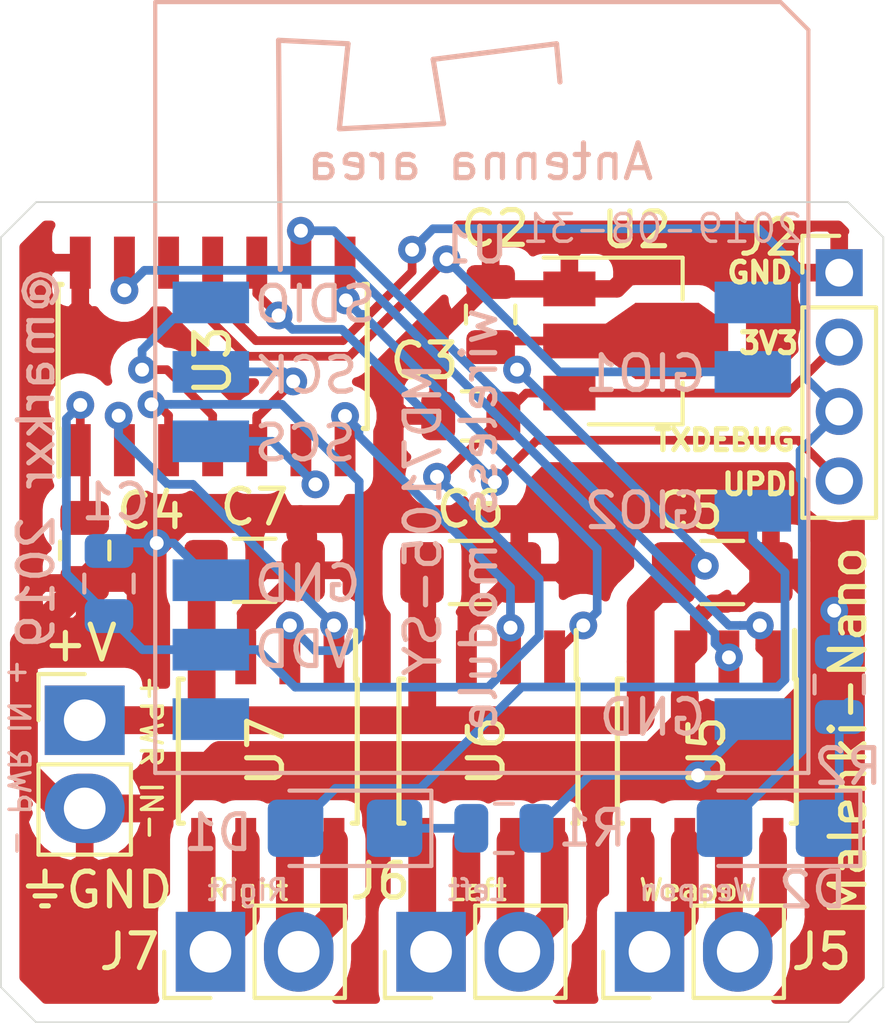
<source format=kicad_pcb>
(kicad_pcb (version 20171130) (host pcbnew "(5.1.0)-1")

  (general
    (thickness 1.6)
    (drawings 28)
    (tracks 271)
    (zones 0)
    (modules 22)
    (nets 27)
  )

  (page A4)
  (title_block
    (title Malenki-Nano)
    (date 2019-08-31)
    (company "Mark Robson")
  )

  (layers
    (0 F.Cu signal hide)
    (31 B.Cu signal)
    (32 B.Adhes user hide)
    (33 F.Adhes user hide)
    (34 B.Paste user)
    (35 F.Paste user hide)
    (36 B.SilkS user)
    (37 F.SilkS user hide)
    (38 B.Mask user)
    (39 F.Mask user hide)
    (40 Dwgs.User user hide)
    (41 Cmts.User user hide)
    (42 Eco1.User user hide)
    (43 Eco2.User user hide)
    (44 Edge.Cuts user)
    (45 Margin user hide)
    (46 B.CrtYd user)
    (47 F.CrtYd user hide)
    (48 B.Fab user)
    (49 F.Fab user hide)
  )

  (setup
    (last_trace_width 0.25)
    (user_trace_width 0.5)
    (user_trace_width 0.8)
    (trace_clearance 0.2)
    (zone_clearance 0.508)
    (zone_45_only no)
    (trace_min 0.2)
    (via_size 0.8)
    (via_drill 0.4)
    (via_min_size 0.4)
    (via_min_drill 0.3)
    (uvia_size 0.3)
    (uvia_drill 0.1)
    (uvias_allowed no)
    (uvia_min_size 0.2)
    (uvia_min_drill 0.1)
    (edge_width 0.05)
    (segment_width 0.2)
    (pcb_text_width 0.3)
    (pcb_text_size 1.5 1.5)
    (mod_edge_width 0.12)
    (mod_text_size 1 1)
    (mod_text_width 0.15)
    (pad_size 1.524 1.524)
    (pad_drill 0.762)
    (pad_to_mask_clearance 0.051)
    (solder_mask_min_width 0.25)
    (aux_axis_origin 171.196 143.002)
    (visible_elements 7FFDFFFF)
    (pcbplotparams
      (layerselection 0x010fc_ffffffff)
      (usegerberextensions false)
      (usegerberattributes false)
      (usegerberadvancedattributes false)
      (creategerberjobfile false)
      (excludeedgelayer true)
      (linewidth 0.100000)
      (plotframeref false)
      (viasonmask false)
      (mode 1)
      (useauxorigin false)
      (hpglpennumber 1)
      (hpglpenspeed 20)
      (hpglpendiameter 15.000000)
      (psnegative false)
      (psa4output false)
      (plotreference true)
      (plotvalue true)
      (plotinvisibletext false)
      (padsonsilk false)
      (subtractmaskfromsilk false)
      (outputformat 1)
      (mirror false)
      (drillshape 1)
      (scaleselection 1)
      (outputdirectory ""))
  )

  (net 0 "")
  (net 1 GND)
  (net 2 /VLOGIC)
  (net 3 VBAT)
  (net 4 BLINKY)
  (net 5 "Net-(D1-Pad1)")
  (net 6 UPDI)
  (net 7 TXDEBUG)
  (net 8 "Net-(J5-Pad2)")
  (net 9 "Net-(J5-Pad1)")
  (net 10 "Net-(U1-Pad8)")
  (net 11 GIO1)
  (net 12 "Net-(U1-Pad1)")
  (net 13 MOTOR1F)
  (net 14 MOTOR1R)
  (net 15 MOTOR2R)
  (net 16 MOTOR2F)
  (net 17 MOTOR3F)
  (net 18 MOTOR3R)
  (net 19 "Net-(J6-Pad2)")
  (net 20 "Net-(J6-Pad1)")
  (net 21 "Net-(J7-Pad2)")
  (net 22 "Net-(J7-Pad1)")
  (net 23 SPI_SCS)
  (net 24 SPI_SCK)
  (net 25 SPI_SDIO)
  (net 26 "Net-(D2-Pad1)")

  (net_class Default "This is the default net class."
    (clearance 0.2)
    (trace_width 0.25)
    (via_dia 0.8)
    (via_drill 0.4)
    (uvia_dia 0.3)
    (uvia_drill 0.1)
    (add_net /VLOGIC)
    (add_net BLINKY)
    (add_net GIO1)
    (add_net GND)
    (add_net MOTOR1F)
    (add_net MOTOR1R)
    (add_net MOTOR2F)
    (add_net MOTOR2R)
    (add_net MOTOR3F)
    (add_net MOTOR3R)
    (add_net "Net-(D1-Pad1)")
    (add_net "Net-(D2-Pad1)")
    (add_net "Net-(J5-Pad1)")
    (add_net "Net-(J5-Pad2)")
    (add_net "Net-(J6-Pad1)")
    (add_net "Net-(J6-Pad2)")
    (add_net "Net-(J7-Pad1)")
    (add_net "Net-(J7-Pad2)")
    (add_net "Net-(U1-Pad1)")
    (add_net "Net-(U1-Pad8)")
    (add_net SPI_SCK)
    (add_net SPI_SCS)
    (add_net SPI_SDIO)
    (add_net TXDEBUG)
    (add_net UPDI)
    (add_net VBAT)
  )

  (module Resistor_SMD:R_0805_2012Metric (layer B.Cu) (tedit 5B36C52B) (tstamp 5D6AD934)
    (at 195.326 133.2715 90)
    (descr "Resistor SMD 0805 (2012 Metric), square (rectangular) end terminal, IPC_7351 nominal, (Body size source: https://docs.google.com/spreadsheets/d/1BsfQQcO9C6DZCsRaXUlFlo91Tg2WpOkGARC1WS5S8t0/edit?usp=sharing), generated with kicad-footprint-generator")
    (tags resistor)
    (path /5D6AB858)
    (attr smd)
    (fp_text reference R2 (at -2.3645 0.254 180) (layer B.SilkS)
      (effects (font (size 1 1) (thickness 0.15)) (justify mirror))
    )
    (fp_text value 220R (at 0 -1.65 90) (layer B.Fab)
      (effects (font (size 1 1) (thickness 0.15)) (justify mirror))
    )
    (fp_text user %R (at 0 0 90) (layer B.Fab)
      (effects (font (size 0.5 0.5) (thickness 0.08)) (justify mirror))
    )
    (fp_line (start 1.68 -0.95) (end -1.68 -0.95) (layer B.CrtYd) (width 0.05))
    (fp_line (start 1.68 0.95) (end 1.68 -0.95) (layer B.CrtYd) (width 0.05))
    (fp_line (start -1.68 0.95) (end 1.68 0.95) (layer B.CrtYd) (width 0.05))
    (fp_line (start -1.68 -0.95) (end -1.68 0.95) (layer B.CrtYd) (width 0.05))
    (fp_line (start -0.258578 -0.71) (end 0.258578 -0.71) (layer B.SilkS) (width 0.12))
    (fp_line (start -0.258578 0.71) (end 0.258578 0.71) (layer B.SilkS) (width 0.12))
    (fp_line (start 1 -0.6) (end -1 -0.6) (layer B.Fab) (width 0.1))
    (fp_line (start 1 0.6) (end 1 -0.6) (layer B.Fab) (width 0.1))
    (fp_line (start -1 0.6) (end 1 0.6) (layer B.Fab) (width 0.1))
    (fp_line (start -1 -0.6) (end -1 0.6) (layer B.Fab) (width 0.1))
    (pad 2 smd roundrect (at 0.9375 0 90) (size 0.975 1.4) (layers B.Cu B.Paste B.Mask) (roundrect_rratio 0.25)
      (net 1 GND))
    (pad 1 smd roundrect (at -0.9375 0 90) (size 0.975 1.4) (layers B.Cu B.Paste B.Mask) (roundrect_rratio 0.25)
      (net 26 "Net-(D2-Pad1)"))
    (model ${KISYS3DMOD}/Resistor_SMD.3dshapes/R_0805_2012Metric.wrl
      (at (xyz 0 0 0))
      (scale (xyz 1 1 1))
      (rotate (xyz 0 0 0))
    )
  )

  (module LED_SMD:LED_1206_3216Metric_Castellated (layer B.Cu) (tedit 5B301BBE) (tstamp 5D6AD82D)
    (at 193.449 137.414 180)
    (descr "LED SMD 1206 (3216 Metric), castellated end terminal, IPC_7351 nominal, (Body size source: http://www.tortai-tech.com/upload/download/2011102023233369053.pdf), generated with kicad-footprint-generator")
    (tags "LED castellated")
    (path /5D6AB864)
    (attr smd)
    (fp_text reference D2 (at -1.115 -1.778 180) (layer B.SilkS)
      (effects (font (size 1 1) (thickness 0.15)) (justify mirror))
    )
    (fp_text value "LED Red" (at 0 -1.78 180) (layer B.Fab)
      (effects (font (size 1 1) (thickness 0.15)) (justify mirror))
    )
    (fp_text user %R (at 0 0 180) (layer B.Fab)
      (effects (font (size 0.8 0.8) (thickness 0.12)) (justify mirror))
    )
    (fp_line (start 2.48 -1.08) (end -2.48 -1.08) (layer B.CrtYd) (width 0.05))
    (fp_line (start 2.48 1.08) (end 2.48 -1.08) (layer B.CrtYd) (width 0.05))
    (fp_line (start -2.48 1.08) (end 2.48 1.08) (layer B.CrtYd) (width 0.05))
    (fp_line (start -2.48 -1.08) (end -2.48 1.08) (layer B.CrtYd) (width 0.05))
    (fp_line (start -2.485 -1.085) (end 1.6 -1.085) (layer B.SilkS) (width 0.12))
    (fp_line (start -2.485 1.085) (end -2.485 -1.085) (layer B.SilkS) (width 0.12))
    (fp_line (start 1.6 1.085) (end -2.485 1.085) (layer B.SilkS) (width 0.12))
    (fp_line (start 1.6 -0.8) (end 1.6 0.8) (layer B.Fab) (width 0.1))
    (fp_line (start -1.6 -0.8) (end 1.6 -0.8) (layer B.Fab) (width 0.1))
    (fp_line (start -1.6 0.4) (end -1.6 -0.8) (layer B.Fab) (width 0.1))
    (fp_line (start -1.2 0.8) (end -1.6 0.4) (layer B.Fab) (width 0.1))
    (fp_line (start 1.6 0.8) (end -1.2 0.8) (layer B.Fab) (width 0.1))
    (pad 2 smd roundrect (at 1.425 0 180) (size 1.6 1.65) (layers B.Cu B.Paste B.Mask) (roundrect_rratio 0.15625)
      (net 7 TXDEBUG))
    (pad 1 smd roundrect (at -1.425 0 180) (size 1.6 1.65) (layers B.Cu B.Paste B.Mask) (roundrect_rratio 0.15625)
      (net 26 "Net-(D2-Pad1)"))
    (model ${KISYS3DMOD}/LED_SMD.3dshapes/LED_1206_3216Metric_Castellated.wrl
      (at (xyz 0 0 0))
      (scale (xyz 1 1 1))
      (rotate (xyz 0 0 0))
    )
  )

  (module Connector_PinHeader_2.00mm:PinHeader_1x04_P2.00mm_Vertical (layer F.Cu) (tedit 59FED667) (tstamp 5D5832A1)
    (at 195.326 121.412)
    (descr "Through hole straight pin header, 1x04, 2.00mm pitch, single row")
    (tags "Through hole pin header THT 1x04 2.00mm single row")
    (path /5CDCE93F)
    (fp_text reference J2 (at -2.032 -1.016) (layer F.SilkS)
      (effects (font (size 1 1) (thickness 0.15)))
    )
    (fp_text value Conn_01x04_Male (at 0 8.06) (layer F.Fab)
      (effects (font (size 1 1) (thickness 0.15)))
    )
    (fp_text user %R (at 0 3 90) (layer F.Fab)
      (effects (font (size 1 1) (thickness 0.15)))
    )
    (fp_line (start 1.5 -1.5) (end -1.5 -1.5) (layer F.CrtYd) (width 0.05))
    (fp_line (start 1.5 7.5) (end 1.5 -1.5) (layer F.CrtYd) (width 0.05))
    (fp_line (start -1.5 7.5) (end 1.5 7.5) (layer F.CrtYd) (width 0.05))
    (fp_line (start -1.5 -1.5) (end -1.5 7.5) (layer F.CrtYd) (width 0.05))
    (fp_line (start -1.06 -1.06) (end 0 -1.06) (layer F.SilkS) (width 0.12))
    (fp_line (start -1.06 0) (end -1.06 -1.06) (layer F.SilkS) (width 0.12))
    (fp_line (start -1.06 1) (end 1.06 1) (layer F.SilkS) (width 0.12))
    (fp_line (start 1.06 1) (end 1.06 7.06) (layer F.SilkS) (width 0.12))
    (fp_line (start -1.06 1) (end -1.06 7.06) (layer F.SilkS) (width 0.12))
    (fp_line (start -1.06 7.06) (end 1.06 7.06) (layer F.SilkS) (width 0.12))
    (fp_line (start -1 -0.5) (end -0.5 -1) (layer F.Fab) (width 0.1))
    (fp_line (start -1 7) (end -1 -0.5) (layer F.Fab) (width 0.1))
    (fp_line (start 1 7) (end -1 7) (layer F.Fab) (width 0.1))
    (fp_line (start 1 -1) (end 1 7) (layer F.Fab) (width 0.1))
    (fp_line (start -0.5 -1) (end 1 -1) (layer F.Fab) (width 0.1))
    (pad 4 thru_hole oval (at 0 6) (size 1.35 1.35) (drill 0.8) (layers *.Cu *.Mask)
      (net 6 UPDI))
    (pad 3 thru_hole oval (at 0 4) (size 1.35 1.35) (drill 0.8) (layers *.Cu *.Mask)
      (net 7 TXDEBUG))
    (pad 2 thru_hole oval (at 0 2) (size 1.35 1.35) (drill 0.8) (layers *.Cu *.Mask)
      (net 2 /VLOGIC))
    (pad 1 thru_hole rect (at 0 0) (size 1.35 1.35) (drill 0.8) (layers *.Cu *.Mask)
      (net 1 GND))
    (model ${KISYS3DMOD}/Connector_PinHeader_2.00mm.3dshapes/PinHeader_1x04_P2.00mm_Vertical.wrl
      (at (xyz 0 0 0))
      (scale (xyz 1 1 1))
      (rotate (xyz 0 0 0))
    )
  )

  (module malenki-nano:A7105-module locked (layer B.Cu) (tedit 5D5814B5) (tstamp 5CDCE646)
    (at 185.039 128.27 270)
    (path /5CDC9C70)
    (attr smd)
    (fp_text reference U1 (at -7.65 0.25 180) (layer B.SilkS)
      (effects (font (size 1 1) (thickness 0.15)) (justify mirror))
    )
    (fp_text value A7105-MODULE (at 0 0 180) (layer B.Fab)
      (effects (font (size 1 1) (thickness 0.15)) (justify mirror))
    )
    (fp_line (start -13.45 -2.15) (end -12.35 -2.25) (layer B.SilkS) (width 0.15))
    (fp_line (start -13 1.4) (end -13.45 -2.15) (layer B.SilkS) (width 0.15))
    (fp_line (start -11.15 1.1) (end -13 1.4) (layer B.SilkS) (width 0.15))
    (fp_line (start -11 4.1) (end -11.15 1.1) (layer B.SilkS) (width 0.15))
    (fp_line (start -13.45 3.85) (end -11 4.1) (layer B.SilkS) (width 0.15))
    (fp_line (start -13.55 5.85) (end -13.45 3.85) (layer B.SilkS) (width 0.15))
    (fp_line (start -6.95 5.8) (end -13.55 5.85) (layer B.SilkS) (width 0.15))
    (fp_text user SDIO (at -5.95 4.8 180) (layer B.SilkS)
      (effects (font (size 1 1) (thickness 0.15)) (justify mirror))
    )
    (fp_text user SCK (at -3.9 5.061904 180) (layer B.SilkS)
      (effects (font (size 1 1) (thickness 0.15)) (justify mirror))
    )
    (fp_text user SCS (at -1.95 5.085714 180) (layer B.SilkS)
      (effects (font (size 1 1) (thickness 0.15)) (justify mirror))
    )
    (fp_text user VDD (at 4 5.109523 180) (layer B.SilkS)
      (effects (font (size 1 1) (thickness 0.15)) (justify mirror))
    )
    (fp_text user GND (at 2.1 5.014285 180) (layer B.SilkS)
      (effects (font (size 1 1) (thickness 0.15)) (justify mirror))
    )
    (fp_text user GND (at 5.95 -4.914286 180) (layer B.SilkS)
      (effects (font (size 1 1) (thickness 0.15)) (justify mirror))
    )
    (fp_text user GIO2 (at 0 -4.7 180) (layer B.SilkS)
      (effects (font (size 1 1) (thickness 0.15)) (justify mirror))
    )
    (fp_text user GIO1 (at -3.95 -4.7 180) (layer B.SilkS)
      (effects (font (size 1 1) (thickness 0.15)) (justify mirror))
    )
    (fp_text user "Antenna area" (at -10.05 0.05 180) (layer B.SilkS)
      (effects (font (size 1 1) (thickness 0.15)) (justify mirror))
    )
    (fp_line (start -6.85 -9.15) (end -6.85 9.15) (layer B.CrtYd) (width 0.05))
    (fp_line (start 6.85 -9.15) (end -6.85 -9.15) (layer B.CrtYd) (width 0.05))
    (fp_line (start 6.85 9.15) (end 6.85 -9.15) (layer B.CrtYd) (width 0.05))
    (fp_line (start -6.85 9.15) (end 6.85 9.15) (layer B.CrtYd) (width 0.05))
    (fp_line (start 7.55 -9.4) (end -13.85 -9.4) (layer B.SilkS) (width 0.12))
    (fp_line (start 7.55 9.4) (end 7.55 -9.4) (layer B.SilkS) (width 0.12))
    (fp_line (start -14.65 9.4) (end 7.55 9.4) (layer B.SilkS) (width 0.12))
    (fp_line (start -14.65 -8.6) (end -14.65 9.4) (layer B.SilkS) (width 0.12))
    (fp_line (start -13.85 -9.4) (end -14.65 -8.6) (layer B.SilkS) (width 0.12))
    (fp_text user "antenna area" (at -12.05 0 180) (layer B.Fab)
      (effects (font (size 1 1) (thickness 0.15)) (justify mirror))
    )
    (pad 8 smd rect (at 6 7.8 270) (size 1.2 2.2) (layers B.Cu B.Paste B.Mask)
      (net 10 "Net-(U1-Pad8)"))
    (pad 1 smd rect (at -6 -7.8 270) (size 1.2 2.2) (layers B.Cu B.Paste B.Mask)
      (net 12 "Net-(U1-Pad1)"))
    (pad 7 smd rect (at 6 -7.8 270) (size 1.2 2.2) (layers B.Cu B.Paste B.Mask)
      (net 1 GND))
    (pad 9 smd rect (at 4 7.8 270) (size 1.2 2.2) (layers B.Cu B.Paste B.Mask)
      (net 2 /VLOGIC))
    (pad 10 smd rect (at 2 7.8 270) (size 1.2 2.2) (layers B.Cu B.Paste B.Mask)
      (net 1 GND))
    (pad 4 smd rect (at 0 -7.8 270) (size 1.2 2.2) (layers B.Cu B.Paste B.Mask)
      (net 4 BLINKY))
    (pad 12 smd rect (at -2 7.8 270) (size 1.2 2.2) (layers B.Cu B.Paste B.Mask)
      (net 23 SPI_SCS))
    (pad 2 smd rect (at -4 -7.8 270) (size 1.2 2.2) (layers B.Cu B.Paste B.Mask)
      (net 11 GIO1))
    (pad 13 smd rect (at -4 7.8 270) (size 1.2 2.2) (layers B.Cu B.Paste B.Mask)
      (net 24 SPI_SCK))
    (pad 14 smd rect (at -6 7.8 270) (size 1.2 2.2) (layers B.Cu B.Paste B.Mask)
      (net 25 SPI_SDIO))
  )

  (module Package_SO:SOIC-8_3.9x4.9mm_P1.27mm (layer F.Cu) (tedit 5A02F2D3) (tstamp 5CDCE418)
    (at 178.8795 135.1915 270)
    (descr "8-Lead Plastic Small Outline (SN) - Narrow, 3.90 mm Body [SOIC] (see Microchip Packaging Specification http://ww1.microchip.com/downloads/en/PackagingSpec/00000049BQ.pdf)")
    (tags "SOIC 1.27")
    (path /5CDDF08C)
    (attr smd)
    (fp_text reference U7 (at 0 0.0635 270) (layer F.SilkS)
      (effects (font (size 1 1) (thickness 0.15)))
    )
    (fp_text value RZ7899 (at 0 3.5 270) (layer F.Fab)
      (effects (font (size 1 1) (thickness 0.15)))
    )
    (fp_line (start -2.075 -2.525) (end -3.475 -2.525) (layer F.SilkS) (width 0.15))
    (fp_line (start -2.075 2.575) (end 2.075 2.575) (layer F.SilkS) (width 0.15))
    (fp_line (start -2.075 -2.575) (end 2.075 -2.575) (layer F.SilkS) (width 0.15))
    (fp_line (start -2.075 2.575) (end -2.075 2.43) (layer F.SilkS) (width 0.15))
    (fp_line (start 2.075 2.575) (end 2.075 2.43) (layer F.SilkS) (width 0.15))
    (fp_line (start 2.075 -2.575) (end 2.075 -2.43) (layer F.SilkS) (width 0.15))
    (fp_line (start -2.075 -2.575) (end -2.075 -2.525) (layer F.SilkS) (width 0.15))
    (fp_line (start -3.73 2.7) (end 3.73 2.7) (layer F.CrtYd) (width 0.05))
    (fp_line (start -3.73 -2.7) (end 3.73 -2.7) (layer F.CrtYd) (width 0.05))
    (fp_line (start 3.73 -2.7) (end 3.73 2.7) (layer F.CrtYd) (width 0.05))
    (fp_line (start -3.73 -2.7) (end -3.73 2.7) (layer F.CrtYd) (width 0.05))
    (fp_line (start -1.95 -1.45) (end -0.95 -2.45) (layer F.Fab) (width 0.1))
    (fp_line (start -1.95 2.45) (end -1.95 -1.45) (layer F.Fab) (width 0.1))
    (fp_line (start 1.95 2.45) (end -1.95 2.45) (layer F.Fab) (width 0.1))
    (fp_line (start 1.95 -2.45) (end 1.95 2.45) (layer F.Fab) (width 0.1))
    (fp_line (start -0.95 -2.45) (end 1.95 -2.45) (layer F.Fab) (width 0.1))
    (fp_text user %R (at 0 0 270) (layer F.Fab)
      (effects (font (size 1 1) (thickness 0.15)))
    )
    (pad 8 smd rect (at 2.7 -1.905 270) (size 1.55 0.6) (layers F.Cu F.Paste F.Mask)
      (net 21 "Net-(J7-Pad2)"))
    (pad 7 smd rect (at 2.7 -0.635 270) (size 1.55 0.6) (layers F.Cu F.Paste F.Mask)
      (net 21 "Net-(J7-Pad2)"))
    (pad 6 smd rect (at 2.7 0.635 270) (size 1.55 0.6) (layers F.Cu F.Paste F.Mask)
      (net 22 "Net-(J7-Pad1)"))
    (pad 5 smd rect (at 2.7 1.905 270) (size 1.55 0.6) (layers F.Cu F.Paste F.Mask)
      (net 22 "Net-(J7-Pad1)"))
    (pad 4 smd rect (at -2.7 1.905 270) (size 1.55 0.6) (layers F.Cu F.Paste F.Mask)
      (net 3 VBAT))
    (pad 3 smd rect (at -2.7 0.635 270) (size 1.55 0.6) (layers F.Cu F.Paste F.Mask)
      (net 1 GND))
    (pad 2 smd rect (at -2.7 -0.635 270) (size 1.55 0.6) (layers F.Cu F.Paste F.Mask)
      (net 17 MOTOR3F))
    (pad 1 smd rect (at -2.7 -1.905 270) (size 1.55 0.6) (layers F.Cu F.Paste F.Mask)
      (net 18 MOTOR3R))
    (model ${KISYS3DMOD}/Package_SO.3dshapes/SOIC-8_3.9x4.9mm_P1.27mm.wrl
      (at (xyz 0 0 0))
      (scale (xyz 1 1 1))
      (rotate (xyz 0 0 0))
    )
  )

  (module Package_SO:SOIC-8_3.9x4.9mm_P1.27mm (layer F.Cu) (tedit 5A02F2D3) (tstamp 5CDCE3FE)
    (at 185.2295 135.1915 270)
    (descr "8-Lead Plastic Small Outline (SN) - Narrow, 3.90 mm Body [SOIC] (see Microchip Packaging Specification http://ww1.microchip.com/downloads/en/PackagingSpec/00000049BQ.pdf)")
    (tags "SOIC 1.27")
    (path /5CDDD923)
    (attr smd)
    (fp_text reference U6 (at 0 0.0635 270) (layer F.SilkS)
      (effects (font (size 1 1) (thickness 0.15)))
    )
    (fp_text value RZ7899 (at 0 3.5 270) (layer F.Fab)
      (effects (font (size 1 1) (thickness 0.15)))
    )
    (fp_line (start -2.075 -2.525) (end -3.475 -2.525) (layer F.SilkS) (width 0.15))
    (fp_line (start -2.075 2.575) (end 2.075 2.575) (layer F.SilkS) (width 0.15))
    (fp_line (start -2.075 -2.575) (end 2.075 -2.575) (layer F.SilkS) (width 0.15))
    (fp_line (start -2.075 2.575) (end -2.075 2.43) (layer F.SilkS) (width 0.15))
    (fp_line (start 2.075 2.575) (end 2.075 2.43) (layer F.SilkS) (width 0.15))
    (fp_line (start 2.075 -2.575) (end 2.075 -2.43) (layer F.SilkS) (width 0.15))
    (fp_line (start -2.075 -2.575) (end -2.075 -2.525) (layer F.SilkS) (width 0.15))
    (fp_line (start -3.73 2.7) (end 3.73 2.7) (layer F.CrtYd) (width 0.05))
    (fp_line (start -3.73 -2.7) (end 3.73 -2.7) (layer F.CrtYd) (width 0.05))
    (fp_line (start 3.73 -2.7) (end 3.73 2.7) (layer F.CrtYd) (width 0.05))
    (fp_line (start -3.73 -2.7) (end -3.73 2.7) (layer F.CrtYd) (width 0.05))
    (fp_line (start -1.95 -1.45) (end -0.95 -2.45) (layer F.Fab) (width 0.1))
    (fp_line (start -1.95 2.45) (end -1.95 -1.45) (layer F.Fab) (width 0.1))
    (fp_line (start 1.95 2.45) (end -1.95 2.45) (layer F.Fab) (width 0.1))
    (fp_line (start 1.95 -2.45) (end 1.95 2.45) (layer F.Fab) (width 0.1))
    (fp_line (start -0.95 -2.45) (end 1.95 -2.45) (layer F.Fab) (width 0.1))
    (fp_text user %R (at 0 0 270) (layer F.Fab)
      (effects (font (size 1 1) (thickness 0.15)))
    )
    (pad 8 smd rect (at 2.7 -1.905 270) (size 1.55 0.6) (layers F.Cu F.Paste F.Mask)
      (net 19 "Net-(J6-Pad2)"))
    (pad 7 smd rect (at 2.7 -0.635 270) (size 1.55 0.6) (layers F.Cu F.Paste F.Mask)
      (net 19 "Net-(J6-Pad2)"))
    (pad 6 smd rect (at 2.7 0.635 270) (size 1.55 0.6) (layers F.Cu F.Paste F.Mask)
      (net 20 "Net-(J6-Pad1)"))
    (pad 5 smd rect (at 2.7 1.905 270) (size 1.55 0.6) (layers F.Cu F.Paste F.Mask)
      (net 20 "Net-(J6-Pad1)"))
    (pad 4 smd rect (at -2.7 1.905 270) (size 1.55 0.6) (layers F.Cu F.Paste F.Mask)
      (net 3 VBAT))
    (pad 3 smd rect (at -2.7 0.635 270) (size 1.55 0.6) (layers F.Cu F.Paste F.Mask)
      (net 1 GND))
    (pad 2 smd rect (at -2.7 -0.635 270) (size 1.55 0.6) (layers F.Cu F.Paste F.Mask)
      (net 16 MOTOR2F))
    (pad 1 smd rect (at -2.7 -1.905 270) (size 1.55 0.6) (layers F.Cu F.Paste F.Mask)
      (net 15 MOTOR2R))
    (model ${KISYS3DMOD}/Package_SO.3dshapes/SOIC-8_3.9x4.9mm_P1.27mm.wrl
      (at (xyz 0 0 0))
      (scale (xyz 1 1 1))
      (rotate (xyz 0 0 0))
    )
  )

  (module Package_SO:SOIC-8_3.9x4.9mm_P1.27mm (layer F.Cu) (tedit 5A02F2D3) (tstamp 5CDCE3E4)
    (at 191.516 135.1915 270)
    (descr "8-Lead Plastic Small Outline (SN) - Narrow, 3.90 mm Body [SOIC] (see Microchip Packaging Specification http://ww1.microchip.com/downloads/en/PackagingSpec/00000049BQ.pdf)")
    (tags "SOIC 1.27")
    (path /5CDD4D34)
    (attr smd)
    (fp_text reference U5 (at 0 0 270) (layer F.SilkS)
      (effects (font (size 1 1) (thickness 0.15)))
    )
    (fp_text value RZ7899 (at 0 3.5 270) (layer F.Fab)
      (effects (font (size 1 1) (thickness 0.15)))
    )
    (fp_line (start -2.075 -2.525) (end -3.475 -2.525) (layer F.SilkS) (width 0.15))
    (fp_line (start -2.075 2.575) (end 2.075 2.575) (layer F.SilkS) (width 0.15))
    (fp_line (start -2.075 -2.575) (end 2.075 -2.575) (layer F.SilkS) (width 0.15))
    (fp_line (start -2.075 2.575) (end -2.075 2.43) (layer F.SilkS) (width 0.15))
    (fp_line (start 2.075 2.575) (end 2.075 2.43) (layer F.SilkS) (width 0.15))
    (fp_line (start 2.075 -2.575) (end 2.075 -2.43) (layer F.SilkS) (width 0.15))
    (fp_line (start -2.075 -2.575) (end -2.075 -2.525) (layer F.SilkS) (width 0.15))
    (fp_line (start -3.73 2.7) (end 3.73 2.7) (layer F.CrtYd) (width 0.05))
    (fp_line (start -3.73 -2.7) (end 3.73 -2.7) (layer F.CrtYd) (width 0.05))
    (fp_line (start 3.73 -2.7) (end 3.73 2.7) (layer F.CrtYd) (width 0.05))
    (fp_line (start -3.73 -2.7) (end -3.73 2.7) (layer F.CrtYd) (width 0.05))
    (fp_line (start -1.95 -1.45) (end -0.95 -2.45) (layer F.Fab) (width 0.1))
    (fp_line (start -1.95 2.45) (end -1.95 -1.45) (layer F.Fab) (width 0.1))
    (fp_line (start 1.95 2.45) (end -1.95 2.45) (layer F.Fab) (width 0.1))
    (fp_line (start 1.95 -2.45) (end 1.95 2.45) (layer F.Fab) (width 0.1))
    (fp_line (start -0.95 -2.45) (end 1.95 -2.45) (layer F.Fab) (width 0.1))
    (fp_text user %R (at 0 0 270) (layer F.Fab)
      (effects (font (size 1 1) (thickness 0.15)))
    )
    (pad 8 smd rect (at 2.7 -1.905 270) (size 1.55 0.6) (layers F.Cu F.Paste F.Mask)
      (net 8 "Net-(J5-Pad2)"))
    (pad 7 smd rect (at 2.7 -0.635 270) (size 1.55 0.6) (layers F.Cu F.Paste F.Mask)
      (net 8 "Net-(J5-Pad2)"))
    (pad 6 smd rect (at 2.7 0.635 270) (size 1.55 0.6) (layers F.Cu F.Paste F.Mask)
      (net 9 "Net-(J5-Pad1)"))
    (pad 5 smd rect (at 2.7 1.905 270) (size 1.55 0.6) (layers F.Cu F.Paste F.Mask)
      (net 9 "Net-(J5-Pad1)"))
    (pad 4 smd rect (at -2.7 1.905 270) (size 1.55 0.6) (layers F.Cu F.Paste F.Mask)
      (net 3 VBAT))
    (pad 3 smd rect (at -2.7 0.635 270) (size 1.55 0.6) (layers F.Cu F.Paste F.Mask)
      (net 1 GND))
    (pad 2 smd rect (at -2.7 -0.635 270) (size 1.55 0.6) (layers F.Cu F.Paste F.Mask)
      (net 13 MOTOR1F))
    (pad 1 smd rect (at -2.7 -1.905 270) (size 1.55 0.6) (layers F.Cu F.Paste F.Mask)
      (net 14 MOTOR1R))
    (model ${KISYS3DMOD}/Package_SO.3dshapes/SOIC-8_3.9x4.9mm_P1.27mm.wrl
      (at (xyz 0 0 0))
      (scale (xyz 1 1 1))
      (rotate (xyz 0 0 0))
    )
  )

  (module Package_SO:SOIC-14_3.9x8.7mm_P1.27mm (layer F.Cu) (tedit 5A02F2D3) (tstamp 5CDCE813)
    (at 177.292 123.825 90)
    (descr "14-Lead Plastic Small Outline (SL) - Narrow, 3.90 mm Body [SOIC] (see Microchip Packaging Specification 00000049BS.pdf)")
    (tags "SOIC 1.27")
    (path /5CDC52F1)
    (attr smd)
    (fp_text reference U3 (at -0.127 0 90) (layer F.SilkS)
      (effects (font (size 1 1) (thickness 0.15)))
    )
    (fp_text value ATtiny1614 (at 0 5.375 90) (layer F.Fab)
      (effects (font (size 1 1) (thickness 0.15)))
    )
    (fp_line (start -2.075 -4.425) (end -3.45 -4.425) (layer F.SilkS) (width 0.15))
    (fp_line (start -2.075 4.45) (end 2.075 4.45) (layer F.SilkS) (width 0.15))
    (fp_line (start -2.075 -4.45) (end 2.075 -4.45) (layer F.SilkS) (width 0.15))
    (fp_line (start -2.075 4.45) (end -2.075 4.335) (layer F.SilkS) (width 0.15))
    (fp_line (start 2.075 4.45) (end 2.075 4.335) (layer F.SilkS) (width 0.15))
    (fp_line (start 2.075 -4.45) (end 2.075 -4.335) (layer F.SilkS) (width 0.15))
    (fp_line (start -2.075 -4.45) (end -2.075 -4.425) (layer F.SilkS) (width 0.15))
    (fp_line (start -3.7 4.65) (end 3.7 4.65) (layer F.CrtYd) (width 0.05))
    (fp_line (start -3.7 -4.65) (end 3.7 -4.65) (layer F.CrtYd) (width 0.05))
    (fp_line (start 3.7 -4.65) (end 3.7 4.65) (layer F.CrtYd) (width 0.05))
    (fp_line (start -3.7 -4.65) (end -3.7 4.65) (layer F.CrtYd) (width 0.05))
    (fp_line (start -1.95 -3.35) (end -0.95 -4.35) (layer F.Fab) (width 0.15))
    (fp_line (start -1.95 4.35) (end -1.95 -3.35) (layer F.Fab) (width 0.15))
    (fp_line (start 1.95 4.35) (end -1.95 4.35) (layer F.Fab) (width 0.15))
    (fp_line (start 1.95 -4.35) (end 1.95 4.35) (layer F.Fab) (width 0.15))
    (fp_line (start -0.95 -4.35) (end 1.95 -4.35) (layer F.Fab) (width 0.15))
    (fp_text user %R (at 0 0 90) (layer F.Fab)
      (effects (font (size 0.9 0.9) (thickness 0.135)))
    )
    (pad 14 smd rect (at 2.7 -3.81 90) (size 1.5 0.6) (layers F.Cu F.Paste F.Mask)
      (net 1 GND))
    (pad 13 smd rect (at 2.7 -2.54 90) (size 1.5 0.6) (layers F.Cu F.Paste F.Mask)
      (net 13 MOTOR1F))
    (pad 12 smd rect (at 2.7 -1.27 90) (size 1.5 0.6) (layers F.Cu F.Paste F.Mask)
      (net 11 GIO1))
    (pad 11 smd rect (at 2.7 0 90) (size 1.5 0.6) (layers F.Cu F.Paste F.Mask)
      (net 7 TXDEBUG))
    (pad 10 smd rect (at 2.7 1.27 90) (size 1.5 0.6) (layers F.Cu F.Paste F.Mask)
      (net 6 UPDI))
    (pad 9 smd rect (at 2.7 2.54 90) (size 1.5 0.6) (layers F.Cu F.Paste F.Mask)
      (net 14 MOTOR1R))
    (pad 8 smd rect (at 2.7 3.81 90) (size 1.5 0.6) (layers F.Cu F.Paste F.Mask)
      (net 15 MOTOR2R))
    (pad 7 smd rect (at -2.7 3.81 90) (size 1.5 0.6) (layers F.Cu F.Paste F.Mask)
      (net 16 MOTOR2F))
    (pad 6 smd rect (at -2.7 2.54 90) (size 1.5 0.6) (layers F.Cu F.Paste F.Mask)
      (net 23 SPI_SCS))
    (pad 5 smd rect (at -2.7 1.27 90) (size 1.5 0.6) (layers F.Cu F.Paste F.Mask)
      (net 24 SPI_SCK))
    (pad 4 smd rect (at -2.7 0 90) (size 1.5 0.6) (layers F.Cu F.Paste F.Mask)
      (net 25 SPI_SDIO))
    (pad 3 smd rect (at -2.7 -1.27 90) (size 1.5 0.6) (layers F.Cu F.Paste F.Mask)
      (net 17 MOTOR3F))
    (pad 2 smd rect (at -2.7 -2.54 90) (size 1.5 0.6) (layers F.Cu F.Paste F.Mask)
      (net 18 MOTOR3R))
    (pad 1 smd rect (at -2.7 -3.81 90) (size 1.5 0.6) (layers F.Cu F.Paste F.Mask)
      (net 2 /VLOGIC))
    (model ${KISYS3DMOD}/Package_SO.3dshapes/SOIC-14_3.9x8.7mm_P1.27mm.wrl
      (at (xyz 0 0 0))
      (scale (xyz 1 1 1))
      (rotate (xyz 0 0 0))
    )
  )

  (module Package_TO_SOT_SMD:SOT-89-3 (layer F.Cu) (tedit 5A02FF57) (tstamp 5CDCE3A7)
    (at 189.0395 123.3805)
    (descr SOT-89-3)
    (tags SOT-89-3)
    (path /5CDC3072)
    (attr smd)
    (fp_text reference U2 (at 0.45 -3.2) (layer F.SilkS)
      (effects (font (size 1 1) (thickness 0.15)))
    )
    (fp_text value generic-ldo (at 0.45 3.25) (layer F.Fab)
      (effects (font (size 1 1) (thickness 0.15)))
    )
    (fp_line (start -2.48 2.55) (end -2.48 -2.55) (layer F.CrtYd) (width 0.05))
    (fp_line (start -2.48 2.55) (end 3.23 2.55) (layer F.CrtYd) (width 0.05))
    (fp_line (start 3.23 -2.55) (end -2.48 -2.55) (layer F.CrtYd) (width 0.05))
    (fp_line (start 3.23 -2.55) (end 3.23 2.55) (layer F.CrtYd) (width 0.05))
    (fp_line (start -0.13 -2.3) (end 1.68 -2.3) (layer F.Fab) (width 0.1))
    (fp_line (start -0.92 2.3) (end -0.92 -1.51) (layer F.Fab) (width 0.1))
    (fp_line (start 1.68 2.3) (end -0.92 2.3) (layer F.Fab) (width 0.1))
    (fp_line (start 1.68 -2.3) (end 1.68 2.3) (layer F.Fab) (width 0.1))
    (fp_line (start -0.92 -1.51) (end -0.13 -2.3) (layer F.Fab) (width 0.1))
    (fp_line (start 1.78 -2.4) (end 1.78 -1.2) (layer F.SilkS) (width 0.12))
    (fp_line (start -2.22 -2.4) (end 1.78 -2.4) (layer F.SilkS) (width 0.12))
    (fp_line (start 1.78 2.4) (end -0.92 2.4) (layer F.SilkS) (width 0.12))
    (fp_line (start 1.78 1.2) (end 1.78 2.4) (layer F.SilkS) (width 0.12))
    (fp_text user %R (at 0.38 0 90) (layer F.Fab)
      (effects (font (size 0.6 0.6) (thickness 0.09)))
    )
    (pad 2 smd trapezoid (at -0.0762 0 90) (size 1.5 1) (rect_delta 0 0.7 ) (layers F.Cu F.Paste F.Mask)
      (net 3 VBAT))
    (pad 2 smd rect (at 1.3335 0 270) (size 2.2 1.84) (layers F.Cu F.Paste F.Mask)
      (net 3 VBAT))
    (pad 3 smd rect (at -1.48 1.5 270) (size 1 1.5) (layers F.Cu F.Paste F.Mask)
      (net 2 /VLOGIC))
    (pad 2 smd rect (at -1.3335 0 270) (size 1 1.8) (layers F.Cu F.Paste F.Mask)
      (net 3 VBAT))
    (pad 1 smd rect (at -1.48 -1.5 270) (size 1 1.5) (layers F.Cu F.Paste F.Mask)
      (net 1 GND))
    (pad 2 smd trapezoid (at 2.667 0 270) (size 1.6 0.85) (rect_delta 0 0.6 ) (layers F.Cu F.Paste F.Mask)
      (net 3 VBAT))
    (model ${KISYS3DMOD}/Package_TO_SOT_SMD.3dshapes/SOT-89-3.wrl
      (at (xyz 0 0 0))
      (scale (xyz 1 1 1))
      (rotate (xyz 0 0 0))
    )
  )

  (module Resistor_SMD:R_0805_2012Metric (layer B.Cu) (tedit 5B36C52B) (tstamp 5CDCE373)
    (at 185.674 137.414)
    (descr "Resistor SMD 0805 (2012 Metric), square (rectangular) end terminal, IPC_7351 nominal, (Body size source: https://docs.google.com/spreadsheets/d/1BsfQQcO9C6DZCsRaXUlFlo91Tg2WpOkGARC1WS5S8t0/edit?usp=sharing), generated with kicad-footprint-generator")
    (tags resistor)
    (path /5CDD24A6)
    (attr smd)
    (fp_text reference R1 (at 2.54 0 180) (layer B.SilkS)
      (effects (font (size 1 1) (thickness 0.15)) (justify mirror))
    )
    (fp_text value 220R (at 0 -1.65) (layer B.Fab)
      (effects (font (size 1 1) (thickness 0.15)) (justify mirror))
    )
    (fp_text user %R (at 0 0) (layer B.Fab)
      (effects (font (size 0.5 0.5) (thickness 0.08)) (justify mirror))
    )
    (fp_line (start 1.68 -0.95) (end -1.68 -0.95) (layer B.CrtYd) (width 0.05))
    (fp_line (start 1.68 0.95) (end 1.68 -0.95) (layer B.CrtYd) (width 0.05))
    (fp_line (start -1.68 0.95) (end 1.68 0.95) (layer B.CrtYd) (width 0.05))
    (fp_line (start -1.68 -0.95) (end -1.68 0.95) (layer B.CrtYd) (width 0.05))
    (fp_line (start -0.258578 -0.71) (end 0.258578 -0.71) (layer B.SilkS) (width 0.12))
    (fp_line (start -0.258578 0.71) (end 0.258578 0.71) (layer B.SilkS) (width 0.12))
    (fp_line (start 1 -0.6) (end -1 -0.6) (layer B.Fab) (width 0.1))
    (fp_line (start 1 0.6) (end 1 -0.6) (layer B.Fab) (width 0.1))
    (fp_line (start -1 0.6) (end 1 0.6) (layer B.Fab) (width 0.1))
    (fp_line (start -1 -0.6) (end -1 0.6) (layer B.Fab) (width 0.1))
    (pad 2 smd roundrect (at 0.9375 0) (size 0.975 1.4) (layers B.Cu B.Paste B.Mask) (roundrect_rratio 0.25)
      (net 1 GND))
    (pad 1 smd roundrect (at -0.9375 0) (size 0.975 1.4) (layers B.Cu B.Paste B.Mask) (roundrect_rratio 0.25)
      (net 5 "Net-(D1-Pad1)"))
    (model ${KISYS3DMOD}/Resistor_SMD.3dshapes/R_0805_2012Metric.wrl
      (at (xyz 0 0 0))
      (scale (xyz 1 1 1))
      (rotate (xyz 0 0 0))
    )
  )

  (module malenki-nano:PinHeader_1x02_P2.54mm_BIG1 (layer F.Cu) (tedit 5C6839D3) (tstamp 5CDCE362)
    (at 177.2285 140.97 90)
    (descr "Through hole straight pin header, 1x02, 2.54mm pitch, single row")
    (tags "Through hole pin header THT 1x02 2.54mm single row")
    (path /5CDDF0AB)
    (fp_text reference J7 (at 0 -2.33 180) (layer F.SilkS)
      (effects (font (size 1 1) (thickness 0.15)))
    )
    (fp_text value Conn_01x02_Male (at 0 4.87 90) (layer F.Fab)
      (effects (font (size 1 1) (thickness 0.15)))
    )
    (fp_text user %R (at 0 1.27) (layer F.Fab)
      (effects (font (size 1 1) (thickness 0.15)))
    )
    (fp_line (start 1.8 -1.8) (end -1.8 -1.8) (layer F.CrtYd) (width 0.05))
    (fp_line (start 1.8 4.35) (end 1.8 -1.8) (layer F.CrtYd) (width 0.05))
    (fp_line (start -1.8 4.35) (end 1.8 4.35) (layer F.CrtYd) (width 0.05))
    (fp_line (start -1.8 -1.8) (end -1.8 4.35) (layer F.CrtYd) (width 0.05))
    (fp_line (start -1.33 -1.33) (end 0 -1.33) (layer F.SilkS) (width 0.12))
    (fp_line (start -1.33 0) (end -1.33 -1.33) (layer F.SilkS) (width 0.12))
    (fp_line (start -1.33 1.27) (end 1.33 1.27) (layer F.SilkS) (width 0.12))
    (fp_line (start 1.33 1.27) (end 1.33 3.87) (layer F.SilkS) (width 0.12))
    (fp_line (start -1.33 1.27) (end -1.33 3.87) (layer F.SilkS) (width 0.12))
    (fp_line (start -1.33 3.87) (end 1.33 3.87) (layer F.SilkS) (width 0.12))
    (fp_line (start -1.27 -0.635) (end -0.635 -1.27) (layer F.Fab) (width 0.1))
    (fp_line (start -1.27 3.81) (end -1.27 -0.635) (layer F.Fab) (width 0.1))
    (fp_line (start 1.27 3.81) (end -1.27 3.81) (layer F.Fab) (width 0.1))
    (fp_line (start 1.27 -1.27) (end 1.27 3.81) (layer F.Fab) (width 0.1))
    (fp_line (start -0.635 -1.27) (end 1.27 -1.27) (layer F.Fab) (width 0.1))
    (pad 2 thru_hole oval (at 0 2.54 90) (size 2.3 2) (drill 1.2) (layers *.Cu *.Mask)
      (net 21 "Net-(J7-Pad2)"))
    (pad 1 thru_hole rect (at 0 0 90) (size 2.3 2) (drill 1.2) (layers *.Cu *.Mask)
      (net 22 "Net-(J7-Pad1)"))
    (model ${KISYS3DMOD}/Connector_PinHeader_2.54mm.3dshapes/PinHeader_1x02_P2.54mm_Vertical.wrl
      (at (xyz 0 0 0))
      (scale (xyz 1 1 1))
      (rotate (xyz 0 0 0))
    )
  )

  (module malenki-nano:PinHeader_1x02_P2.54mm_BIG1 (layer F.Cu) (tedit 5C6839D3) (tstamp 5CDCE34C)
    (at 183.5785 140.97 90)
    (descr "Through hole straight pin header, 1x02, 2.54mm pitch, single row")
    (tags "Through hole pin header THT 1x02 2.54mm single row")
    (path /5CDDD942)
    (fp_text reference J6 (at 2.032 -1.4605 180) (layer F.SilkS)
      (effects (font (size 1 1) (thickness 0.15)))
    )
    (fp_text value Conn_01x02_Male (at 0 4.87 90) (layer F.Fab)
      (effects (font (size 1 1) (thickness 0.15)))
    )
    (fp_text user %R (at 0 1.27 180) (layer F.Fab)
      (effects (font (size 1 1) (thickness 0.15)))
    )
    (fp_line (start 1.8 -1.8) (end -1.8 -1.8) (layer F.CrtYd) (width 0.05))
    (fp_line (start 1.8 4.35) (end 1.8 -1.8) (layer F.CrtYd) (width 0.05))
    (fp_line (start -1.8 4.35) (end 1.8 4.35) (layer F.CrtYd) (width 0.05))
    (fp_line (start -1.8 -1.8) (end -1.8 4.35) (layer F.CrtYd) (width 0.05))
    (fp_line (start -1.33 -1.33) (end 0 -1.33) (layer F.SilkS) (width 0.12))
    (fp_line (start -1.33 0) (end -1.33 -1.33) (layer F.SilkS) (width 0.12))
    (fp_line (start -1.33 1.27) (end 1.33 1.27) (layer F.SilkS) (width 0.12))
    (fp_line (start 1.33 1.27) (end 1.33 3.87) (layer F.SilkS) (width 0.12))
    (fp_line (start -1.33 1.27) (end -1.33 3.87) (layer F.SilkS) (width 0.12))
    (fp_line (start -1.33 3.87) (end 1.33 3.87) (layer F.SilkS) (width 0.12))
    (fp_line (start -1.27 -0.635) (end -0.635 -1.27) (layer F.Fab) (width 0.1))
    (fp_line (start -1.27 3.81) (end -1.27 -0.635) (layer F.Fab) (width 0.1))
    (fp_line (start 1.27 3.81) (end -1.27 3.81) (layer F.Fab) (width 0.1))
    (fp_line (start 1.27 -1.27) (end 1.27 3.81) (layer F.Fab) (width 0.1))
    (fp_line (start -0.635 -1.27) (end 1.27 -1.27) (layer F.Fab) (width 0.1))
    (pad 2 thru_hole oval (at 0 2.54 90) (size 2.3 2) (drill 1.2) (layers *.Cu *.Mask)
      (net 19 "Net-(J6-Pad2)"))
    (pad 1 thru_hole rect (at 0 0 90) (size 2.3 2) (drill 1.2) (layers *.Cu *.Mask)
      (net 20 "Net-(J6-Pad1)"))
    (model ${KISYS3DMOD}/Connector_PinHeader_2.54mm.3dshapes/PinHeader_1x02_P2.54mm_Vertical.wrl
      (at (xyz 0 0 0))
      (scale (xyz 1 1 1))
      (rotate (xyz 0 0 0))
    )
  )

  (module malenki-nano:PinHeader_1x02_P2.54mm_BIG1 (layer F.Cu) (tedit 5C6839D3) (tstamp 5CDCE336)
    (at 189.865 140.97 90)
    (descr "Through hole straight pin header, 1x02, 2.54mm pitch, single row")
    (tags "Through hole pin header THT 1x02 2.54mm single row")
    (path /5CDD8946)
    (fp_text reference J5 (at 0 4.953) (layer F.SilkS)
      (effects (font (size 1 1) (thickness 0.15)))
    )
    (fp_text value Conn_01x02_Male (at 0 4.87 90) (layer F.Fab)
      (effects (font (size 1 1) (thickness 0.15)))
    )
    (fp_text user %R (at 0 1.27 180) (layer F.Fab)
      (effects (font (size 1 1) (thickness 0.15)))
    )
    (fp_line (start 1.8 -1.8) (end -1.8 -1.8) (layer F.CrtYd) (width 0.05))
    (fp_line (start 1.8 4.35) (end 1.8 -1.8) (layer F.CrtYd) (width 0.05))
    (fp_line (start -1.8 4.35) (end 1.8 4.35) (layer F.CrtYd) (width 0.05))
    (fp_line (start -1.8 -1.8) (end -1.8 4.35) (layer F.CrtYd) (width 0.05))
    (fp_line (start -1.33 -1.33) (end 0 -1.33) (layer F.SilkS) (width 0.12))
    (fp_line (start -1.33 0) (end -1.33 -1.33) (layer F.SilkS) (width 0.12))
    (fp_line (start -1.33 1.27) (end 1.33 1.27) (layer F.SilkS) (width 0.12))
    (fp_line (start 1.33 1.27) (end 1.33 3.87) (layer F.SilkS) (width 0.12))
    (fp_line (start -1.33 1.27) (end -1.33 3.87) (layer F.SilkS) (width 0.12))
    (fp_line (start -1.33 3.87) (end 1.33 3.87) (layer F.SilkS) (width 0.12))
    (fp_line (start -1.27 -0.635) (end -0.635 -1.27) (layer F.Fab) (width 0.1))
    (fp_line (start -1.27 3.81) (end -1.27 -0.635) (layer F.Fab) (width 0.1))
    (fp_line (start 1.27 3.81) (end -1.27 3.81) (layer F.Fab) (width 0.1))
    (fp_line (start 1.27 -1.27) (end 1.27 3.81) (layer F.Fab) (width 0.1))
    (fp_line (start -0.635 -1.27) (end 1.27 -1.27) (layer F.Fab) (width 0.1))
    (pad 2 thru_hole oval (at 0 2.54 90) (size 2.3 2) (drill 1.2) (layers *.Cu *.Mask)
      (net 8 "Net-(J5-Pad2)"))
    (pad 1 thru_hole rect (at 0 0 90) (size 2.3 2) (drill 1.2) (layers *.Cu *.Mask)
      (net 9 "Net-(J5-Pad1)"))
    (model ${KISYS3DMOD}/Connector_PinHeader_2.54mm.3dshapes/PinHeader_1x02_P2.54mm_Vertical.wrl
      (at (xyz 0 0 0))
      (scale (xyz 1 1 1))
      (rotate (xyz 0 0 0))
    )
  )

  (module malenki-nano:PinHeader_1x02_P2.54mm_BIG1 (layer F.Cu) (tedit 5C6839D3) (tstamp 5CDCE308)
    (at 173.609 134.3025)
    (descr "Through hole straight pin header, 1x02, 2.54mm pitch, single row")
    (tags "Through hole pin header THT 1x02 2.54mm single row")
    (path /5CDC3C93)
    (fp_text reference J1 (at 1.143 -2.2225) (layer F.SilkS) hide
      (effects (font (size 1 1) (thickness 0.15)))
    )
    (fp_text value Conn_01x02_Male (at 0 4.87) (layer F.Fab)
      (effects (font (size 1 1) (thickness 0.15)))
    )
    (fp_text user %R (at 0 1.27 90) (layer F.Fab)
      (effects (font (size 1 1) (thickness 0.15)))
    )
    (fp_line (start 1.8 -1.8) (end -1.8 -1.8) (layer F.CrtYd) (width 0.05))
    (fp_line (start 1.8 4.35) (end 1.8 -1.8) (layer F.CrtYd) (width 0.05))
    (fp_line (start -1.8 4.35) (end 1.8 4.35) (layer F.CrtYd) (width 0.05))
    (fp_line (start -1.8 -1.8) (end -1.8 4.35) (layer F.CrtYd) (width 0.05))
    (fp_line (start -1.33 -1.33) (end 0 -1.33) (layer F.SilkS) (width 0.12))
    (fp_line (start -1.33 0) (end -1.33 -1.33) (layer F.SilkS) (width 0.12))
    (fp_line (start -1.33 1.27) (end 1.33 1.27) (layer F.SilkS) (width 0.12))
    (fp_line (start 1.33 1.27) (end 1.33 3.87) (layer F.SilkS) (width 0.12))
    (fp_line (start -1.33 1.27) (end -1.33 3.87) (layer F.SilkS) (width 0.12))
    (fp_line (start -1.33 3.87) (end 1.33 3.87) (layer F.SilkS) (width 0.12))
    (fp_line (start -1.27 -0.635) (end -0.635 -1.27) (layer F.Fab) (width 0.1))
    (fp_line (start -1.27 3.81) (end -1.27 -0.635) (layer F.Fab) (width 0.1))
    (fp_line (start 1.27 3.81) (end -1.27 3.81) (layer F.Fab) (width 0.1))
    (fp_line (start 1.27 -1.27) (end 1.27 3.81) (layer F.Fab) (width 0.1))
    (fp_line (start -0.635 -1.27) (end 1.27 -1.27) (layer F.Fab) (width 0.1))
    (pad 2 thru_hole oval (at 0 2.54) (size 2.3 2) (drill 1.2) (layers *.Cu *.Mask)
      (net 1 GND))
    (pad 1 thru_hole rect (at 0 0) (size 2.3 2) (drill 1.2) (layers *.Cu *.Mask)
      (net 3 VBAT))
    (model ${KISYS3DMOD}/Connector_PinHeader_2.54mm.3dshapes/PinHeader_1x02_P2.54mm_Vertical.wrl
      (at (xyz 0 0 0))
      (scale (xyz 1 1 1))
      (rotate (xyz 0 0 0))
    )
  )

  (module LED_SMD:LED_1206_3216Metric_Castellated (layer B.Cu) (tedit 5B301BBE) (tstamp 5CDCE2F2)
    (at 181.102 137.414 180)
    (descr "LED SMD 1206 (3216 Metric), castellated end terminal, IPC_7351 nominal, (Body size source: http://www.tortai-tech.com/upload/download/2011102023233369053.pdf), generated with kicad-footprint-generator")
    (tags "LED castellated")
    (path /5CDD2ED4)
    (attr smd)
    (fp_text reference D1 (at 3.655 -0.127 180) (layer B.SilkS)
      (effects (font (size 1 1) (thickness 0.15)) (justify mirror))
    )
    (fp_text value "LED Blue" (at 0 -1.78 180) (layer B.Fab)
      (effects (font (size 1 1) (thickness 0.15)) (justify mirror))
    )
    (fp_text user %R (at 0 0 180) (layer B.Fab)
      (effects (font (size 0.8 0.8) (thickness 0.12)) (justify mirror))
    )
    (fp_line (start 2.48 -1.08) (end -2.48 -1.08) (layer B.CrtYd) (width 0.05))
    (fp_line (start 2.48 1.08) (end 2.48 -1.08) (layer B.CrtYd) (width 0.05))
    (fp_line (start -2.48 1.08) (end 2.48 1.08) (layer B.CrtYd) (width 0.05))
    (fp_line (start -2.48 -1.08) (end -2.48 1.08) (layer B.CrtYd) (width 0.05))
    (fp_line (start -2.485 -1.085) (end 1.6 -1.085) (layer B.SilkS) (width 0.12))
    (fp_line (start -2.485 1.085) (end -2.485 -1.085) (layer B.SilkS) (width 0.12))
    (fp_line (start 1.6 1.085) (end -2.485 1.085) (layer B.SilkS) (width 0.12))
    (fp_line (start 1.6 -0.8) (end 1.6 0.8) (layer B.Fab) (width 0.1))
    (fp_line (start -1.6 -0.8) (end 1.6 -0.8) (layer B.Fab) (width 0.1))
    (fp_line (start -1.6 0.4) (end -1.6 -0.8) (layer B.Fab) (width 0.1))
    (fp_line (start -1.2 0.8) (end -1.6 0.4) (layer B.Fab) (width 0.1))
    (fp_line (start 1.6 0.8) (end -1.2 0.8) (layer B.Fab) (width 0.1))
    (pad 2 smd roundrect (at 1.425 0 180) (size 1.6 1.65) (layers B.Cu B.Paste B.Mask) (roundrect_rratio 0.15625)
      (net 4 BLINKY))
    (pad 1 smd roundrect (at -1.425 0 180) (size 1.6 1.65) (layers B.Cu B.Paste B.Mask) (roundrect_rratio 0.15625)
      (net 5 "Net-(D1-Pad1)"))
    (model ${KISYS3DMOD}/LED_SMD.3dshapes/LED_1206_3216Metric_Castellated.wrl
      (at (xyz 0 0 0))
      (scale (xyz 1 1 1))
      (rotate (xyz 0 0 0))
    )
  )

  (module Capacitor_SMD:C_1206_3216Metric (layer F.Cu) (tedit 5B301BBE) (tstamp 5CDCF0DB)
    (at 178.4985 129.9845)
    (descr "Capacitor SMD 1206 (3216 Metric), square (rectangular) end terminal, IPC_7351 nominal, (Body size source: http://www.tortai-tech.com/upload/download/2011102023233369053.pdf), generated with kicad-footprint-generator")
    (tags capacitor)
    (path /5CDDF092)
    (attr smd)
    (fp_text reference C7 (at 0 -1.82) (layer F.SilkS)
      (effects (font (size 1 1) (thickness 0.15)))
    )
    (fp_text value 22uF (at 0 1.82) (layer F.Fab)
      (effects (font (size 1 1) (thickness 0.15)))
    )
    (fp_text user %R (at 0 0) (layer F.Fab)
      (effects (font (size 0.8 0.8) (thickness 0.12)))
    )
    (fp_line (start 2.28 1.12) (end -2.28 1.12) (layer F.CrtYd) (width 0.05))
    (fp_line (start 2.28 -1.12) (end 2.28 1.12) (layer F.CrtYd) (width 0.05))
    (fp_line (start -2.28 -1.12) (end 2.28 -1.12) (layer F.CrtYd) (width 0.05))
    (fp_line (start -2.28 1.12) (end -2.28 -1.12) (layer F.CrtYd) (width 0.05))
    (fp_line (start -0.602064 0.91) (end 0.602064 0.91) (layer F.SilkS) (width 0.12))
    (fp_line (start -0.602064 -0.91) (end 0.602064 -0.91) (layer F.SilkS) (width 0.12))
    (fp_line (start 1.6 0.8) (end -1.6 0.8) (layer F.Fab) (width 0.1))
    (fp_line (start 1.6 -0.8) (end 1.6 0.8) (layer F.Fab) (width 0.1))
    (fp_line (start -1.6 -0.8) (end 1.6 -0.8) (layer F.Fab) (width 0.1))
    (fp_line (start -1.6 0.8) (end -1.6 -0.8) (layer F.Fab) (width 0.1))
    (pad 2 smd roundrect (at 1.4 0) (size 1.25 1.75) (layers F.Cu F.Paste F.Mask) (roundrect_rratio 0.2)
      (net 1 GND))
    (pad 1 smd roundrect (at -1.4 0) (size 1.25 1.75) (layers F.Cu F.Paste F.Mask) (roundrect_rratio 0.2)
      (net 3 VBAT))
    (model ${KISYS3DMOD}/Capacitor_SMD.3dshapes/C_1206_3216Metric.wrl
      (at (xyz 0 0 0))
      (scale (xyz 1 1 1))
      (rotate (xyz 0 0 0))
    )
  )

  (module Capacitor_SMD:C_1206_3216Metric (layer F.Cu) (tedit 5B301BBE) (tstamp 5CDCF038)
    (at 184.7185 130.048)
    (descr "Capacitor SMD 1206 (3216 Metric), square (rectangular) end terminal, IPC_7351 nominal, (Body size source: http://www.tortai-tech.com/upload/download/2011102023233369053.pdf), generated with kicad-footprint-generator")
    (tags capacitor)
    (path /5CDDD929)
    (attr smd)
    (fp_text reference C6 (at 0 -1.82) (layer F.SilkS)
      (effects (font (size 1 1) (thickness 0.15)))
    )
    (fp_text value 22uF (at 0 1.82) (layer F.Fab)
      (effects (font (size 1 1) (thickness 0.15)))
    )
    (fp_text user %R (at 0 0) (layer F.Fab)
      (effects (font (size 0.8 0.8) (thickness 0.12)))
    )
    (fp_line (start 2.28 1.12) (end -2.28 1.12) (layer F.CrtYd) (width 0.05))
    (fp_line (start 2.28 -1.12) (end 2.28 1.12) (layer F.CrtYd) (width 0.05))
    (fp_line (start -2.28 -1.12) (end 2.28 -1.12) (layer F.CrtYd) (width 0.05))
    (fp_line (start -2.28 1.12) (end -2.28 -1.12) (layer F.CrtYd) (width 0.05))
    (fp_line (start -0.602064 0.91) (end 0.602064 0.91) (layer F.SilkS) (width 0.12))
    (fp_line (start -0.602064 -0.91) (end 0.602064 -0.91) (layer F.SilkS) (width 0.12))
    (fp_line (start 1.6 0.8) (end -1.6 0.8) (layer F.Fab) (width 0.1))
    (fp_line (start 1.6 -0.8) (end 1.6 0.8) (layer F.Fab) (width 0.1))
    (fp_line (start -1.6 -0.8) (end 1.6 -0.8) (layer F.Fab) (width 0.1))
    (fp_line (start -1.6 0.8) (end -1.6 -0.8) (layer F.Fab) (width 0.1))
    (pad 2 smd roundrect (at 1.4 0) (size 1.25 1.75) (layers F.Cu F.Paste F.Mask) (roundrect_rratio 0.2)
      (net 1 GND))
    (pad 1 smd roundrect (at -1.4 0) (size 1.25 1.75) (layers F.Cu F.Paste F.Mask) (roundrect_rratio 0.2)
      (net 3 VBAT))
    (model ${KISYS3DMOD}/Capacitor_SMD.3dshapes/C_1206_3216Metric.wrl
      (at (xyz 0 0 0))
      (scale (xyz 1 1 1))
      (rotate (xyz 0 0 0))
    )
  )

  (module Capacitor_SMD:C_1206_3216Metric (layer F.Cu) (tedit 5B301BBE) (tstamp 5CDCE2BD)
    (at 191.9605 130.048)
    (descr "Capacitor SMD 1206 (3216 Metric), square (rectangular) end terminal, IPC_7351 nominal, (Body size source: http://www.tortai-tech.com/upload/download/2011102023233369053.pdf), generated with kicad-footprint-generator")
    (tags capacitor)
    (path /5CDD5C99)
    (attr smd)
    (fp_text reference C5 (at -0.9525 -1.778) (layer F.SilkS)
      (effects (font (size 1 1) (thickness 0.15)))
    )
    (fp_text value 22uF (at 0 1.82) (layer F.Fab)
      (effects (font (size 1 1) (thickness 0.15)))
    )
    (fp_text user %R (at 0 0) (layer F.Fab)
      (effects (font (size 0.8 0.8) (thickness 0.12)))
    )
    (fp_line (start 2.28 1.12) (end -2.28 1.12) (layer F.CrtYd) (width 0.05))
    (fp_line (start 2.28 -1.12) (end 2.28 1.12) (layer F.CrtYd) (width 0.05))
    (fp_line (start -2.28 -1.12) (end 2.28 -1.12) (layer F.CrtYd) (width 0.05))
    (fp_line (start -2.28 1.12) (end -2.28 -1.12) (layer F.CrtYd) (width 0.05))
    (fp_line (start -0.602064 0.91) (end 0.602064 0.91) (layer F.SilkS) (width 0.12))
    (fp_line (start -0.602064 -0.91) (end 0.602064 -0.91) (layer F.SilkS) (width 0.12))
    (fp_line (start 1.6 0.8) (end -1.6 0.8) (layer F.Fab) (width 0.1))
    (fp_line (start 1.6 -0.8) (end 1.6 0.8) (layer F.Fab) (width 0.1))
    (fp_line (start -1.6 -0.8) (end 1.6 -0.8) (layer F.Fab) (width 0.1))
    (fp_line (start -1.6 0.8) (end -1.6 -0.8) (layer F.Fab) (width 0.1))
    (pad 2 smd roundrect (at 1.4 0) (size 1.25 1.75) (layers F.Cu F.Paste F.Mask) (roundrect_rratio 0.2)
      (net 1 GND))
    (pad 1 smd roundrect (at -1.4 0) (size 1.25 1.75) (layers F.Cu F.Paste F.Mask) (roundrect_rratio 0.2)
      (net 3 VBAT))
    (model ${KISYS3DMOD}/Capacitor_SMD.3dshapes/C_1206_3216Metric.wrl
      (at (xyz 0 0 0))
      (scale (xyz 1 1 1))
      (rotate (xyz 0 0 0))
    )
  )

  (module Capacitor_SMD:C_0805_2012Metric (layer F.Cu) (tedit 5B36C52B) (tstamp 5CDCE2AC)
    (at 173.609 129.413 270)
    (descr "Capacitor SMD 0805 (2012 Metric), square (rectangular) end terminal, IPC_7351 nominal, (Body size source: https://docs.google.com/spreadsheets/d/1BsfQQcO9C6DZCsRaXUlFlo91Tg2WpOkGARC1WS5S8t0/edit?usp=sharing), generated with kicad-footprint-generator")
    (tags capacitor)
    (path /5CDC5AD8)
    (attr smd)
    (fp_text reference C4 (at -1.143 -1.905) (layer F.SilkS)
      (effects (font (size 1 1) (thickness 0.15)))
    )
    (fp_text value 0.1uF (at 0 1.65 270) (layer F.Fab)
      (effects (font (size 1 1) (thickness 0.15)))
    )
    (fp_text user %R (at 0 0 270) (layer F.Fab)
      (effects (font (size 0.5 0.5) (thickness 0.08)))
    )
    (fp_line (start 1.68 0.95) (end -1.68 0.95) (layer F.CrtYd) (width 0.05))
    (fp_line (start 1.68 -0.95) (end 1.68 0.95) (layer F.CrtYd) (width 0.05))
    (fp_line (start -1.68 -0.95) (end 1.68 -0.95) (layer F.CrtYd) (width 0.05))
    (fp_line (start -1.68 0.95) (end -1.68 -0.95) (layer F.CrtYd) (width 0.05))
    (fp_line (start -0.258578 0.71) (end 0.258578 0.71) (layer F.SilkS) (width 0.12))
    (fp_line (start -0.258578 -0.71) (end 0.258578 -0.71) (layer F.SilkS) (width 0.12))
    (fp_line (start 1 0.6) (end -1 0.6) (layer F.Fab) (width 0.1))
    (fp_line (start 1 -0.6) (end 1 0.6) (layer F.Fab) (width 0.1))
    (fp_line (start -1 -0.6) (end 1 -0.6) (layer F.Fab) (width 0.1))
    (fp_line (start -1 0.6) (end -1 -0.6) (layer F.Fab) (width 0.1))
    (pad 2 smd roundrect (at 0.9375 0 270) (size 0.975 1.4) (layers F.Cu F.Paste F.Mask) (roundrect_rratio 0.25)
      (net 1 GND))
    (pad 1 smd roundrect (at -0.9375 0 270) (size 0.975 1.4) (layers F.Cu F.Paste F.Mask) (roundrect_rratio 0.25)
      (net 2 /VLOGIC))
    (model ${KISYS3DMOD}/Capacitor_SMD.3dshapes/C_0805_2012Metric.wrl
      (at (xyz 0 0 0))
      (scale (xyz 1 1 1))
      (rotate (xyz 0 0 0))
    )
  )

  (module Capacitor_SMD:C_0805_2012Metric (layer F.Cu) (tedit 5B36C52B) (tstamp 5CDCE29B)
    (at 184.7215 125.5395 180)
    (descr "Capacitor SMD 0805 (2012 Metric), square (rectangular) end terminal, IPC_7351 nominal, (Body size source: https://docs.google.com/spreadsheets/d/1BsfQQcO9C6DZCsRaXUlFlo91Tg2WpOkGARC1WS5S8t0/edit?usp=sharing), generated with kicad-footprint-generator")
    (tags capacitor)
    (path /5CDC3533)
    (attr smd)
    (fp_text reference C3 (at 1.3335 1.5875 180) (layer F.SilkS)
      (effects (font (size 1 1) (thickness 0.15)))
    )
    (fp_text value 10uF (at 0 1.65 180) (layer F.Fab)
      (effects (font (size 1 1) (thickness 0.15)))
    )
    (fp_text user %R (at 0 0 180) (layer F.Fab)
      (effects (font (size 0.5 0.5) (thickness 0.08)))
    )
    (fp_line (start 1.68 0.95) (end -1.68 0.95) (layer F.CrtYd) (width 0.05))
    (fp_line (start 1.68 -0.95) (end 1.68 0.95) (layer F.CrtYd) (width 0.05))
    (fp_line (start -1.68 -0.95) (end 1.68 -0.95) (layer F.CrtYd) (width 0.05))
    (fp_line (start -1.68 0.95) (end -1.68 -0.95) (layer F.CrtYd) (width 0.05))
    (fp_line (start -0.258578 0.71) (end 0.258578 0.71) (layer F.SilkS) (width 0.12))
    (fp_line (start -0.258578 -0.71) (end 0.258578 -0.71) (layer F.SilkS) (width 0.12))
    (fp_line (start 1 0.6) (end -1 0.6) (layer F.Fab) (width 0.1))
    (fp_line (start 1 -0.6) (end 1 0.6) (layer F.Fab) (width 0.1))
    (fp_line (start -1 -0.6) (end 1 -0.6) (layer F.Fab) (width 0.1))
    (fp_line (start -1 0.6) (end -1 -0.6) (layer F.Fab) (width 0.1))
    (pad 2 smd roundrect (at 0.9375 0 180) (size 0.975 1.4) (layers F.Cu F.Paste F.Mask) (roundrect_rratio 0.25)
      (net 1 GND))
    (pad 1 smd roundrect (at -0.9375 0 180) (size 0.975 1.4) (layers F.Cu F.Paste F.Mask) (roundrect_rratio 0.25)
      (net 2 /VLOGIC))
    (model ${KISYS3DMOD}/Capacitor_SMD.3dshapes/C_0805_2012Metric.wrl
      (at (xyz 0 0 0))
      (scale (xyz 1 1 1))
      (rotate (xyz 0 0 0))
    )
  )

  (module Capacitor_SMD:C_0805_2012Metric (layer F.Cu) (tedit 5B36C52B) (tstamp 5CDCFCCD)
    (at 185.293 122.6185 90)
    (descr "Capacitor SMD 0805 (2012 Metric), square (rectangular) end terminal, IPC_7351 nominal, (Body size source: https://docs.google.com/spreadsheets/d/1BsfQQcO9C6DZCsRaXUlFlo91Tg2WpOkGARC1WS5S8t0/edit?usp=sharing), generated with kicad-footprint-generator")
    (tags capacitor)
    (path /5CDC3232)
    (attr smd)
    (fp_text reference C2 (at 2.4765 0.127 180) (layer F.SilkS)
      (effects (font (size 1 1) (thickness 0.15)))
    )
    (fp_text value 10uF (at 0 1.65 90) (layer F.Fab)
      (effects (font (size 1 1) (thickness 0.15)))
    )
    (fp_text user %R (at 0 0 90) (layer F.Fab)
      (effects (font (size 0.5 0.5) (thickness 0.08)))
    )
    (fp_line (start 1.68 0.95) (end -1.68 0.95) (layer F.CrtYd) (width 0.05))
    (fp_line (start 1.68 -0.95) (end 1.68 0.95) (layer F.CrtYd) (width 0.05))
    (fp_line (start -1.68 -0.95) (end 1.68 -0.95) (layer F.CrtYd) (width 0.05))
    (fp_line (start -1.68 0.95) (end -1.68 -0.95) (layer F.CrtYd) (width 0.05))
    (fp_line (start -0.258578 0.71) (end 0.258578 0.71) (layer F.SilkS) (width 0.12))
    (fp_line (start -0.258578 -0.71) (end 0.258578 -0.71) (layer F.SilkS) (width 0.12))
    (fp_line (start 1 0.6) (end -1 0.6) (layer F.Fab) (width 0.1))
    (fp_line (start 1 -0.6) (end 1 0.6) (layer F.Fab) (width 0.1))
    (fp_line (start -1 -0.6) (end 1 -0.6) (layer F.Fab) (width 0.1))
    (fp_line (start -1 0.6) (end -1 -0.6) (layer F.Fab) (width 0.1))
    (pad 2 smd roundrect (at 0.9375 0 90) (size 0.975 1.4) (layers F.Cu F.Paste F.Mask) (roundrect_rratio 0.25)
      (net 1 GND))
    (pad 1 smd roundrect (at -0.9375 0 90) (size 0.975 1.4) (layers F.Cu F.Paste F.Mask) (roundrect_rratio 0.25)
      (net 3 VBAT))
    (model ${KISYS3DMOD}/Capacitor_SMD.3dshapes/C_0805_2012Metric.wrl
      (at (xyz 0 0 0))
      (scale (xyz 1 1 1))
      (rotate (xyz 0 0 0))
    )
  )

  (module Capacitor_SMD:C_0805_2012Metric (layer B.Cu) (tedit 5B36C52B) (tstamp 5D150352)
    (at 174.3075 130.3655 90)
    (descr "Capacitor SMD 0805 (2012 Metric), square (rectangular) end terminal, IPC_7351 nominal, (Body size source: https://docs.google.com/spreadsheets/d/1BsfQQcO9C6DZCsRaXUlFlo91Tg2WpOkGARC1WS5S8t0/edit?usp=sharing), generated with kicad-footprint-generator")
    (tags capacitor)
    (path /5CDCC5F2)
    (attr smd)
    (fp_text reference C1 (at 2.3495 0.1905 180) (layer B.SilkS)
      (effects (font (size 1 1) (thickness 0.15)) (justify mirror))
    )
    (fp_text value 0.1uF (at 0 -1.65 90) (layer B.Fab)
      (effects (font (size 1 1) (thickness 0.15)) (justify mirror))
    )
    (fp_text user %R (at 0 0 90) (layer B.Fab)
      (effects (font (size 0.5 0.5) (thickness 0.08)) (justify mirror))
    )
    (fp_line (start 1.68 -0.95) (end -1.68 -0.95) (layer B.CrtYd) (width 0.05))
    (fp_line (start 1.68 0.95) (end 1.68 -0.95) (layer B.CrtYd) (width 0.05))
    (fp_line (start -1.68 0.95) (end 1.68 0.95) (layer B.CrtYd) (width 0.05))
    (fp_line (start -1.68 -0.95) (end -1.68 0.95) (layer B.CrtYd) (width 0.05))
    (fp_line (start -0.258578 -0.71) (end 0.258578 -0.71) (layer B.SilkS) (width 0.12))
    (fp_line (start -0.258578 0.71) (end 0.258578 0.71) (layer B.SilkS) (width 0.12))
    (fp_line (start 1 -0.6) (end -1 -0.6) (layer B.Fab) (width 0.1))
    (fp_line (start 1 0.6) (end 1 -0.6) (layer B.Fab) (width 0.1))
    (fp_line (start -1 0.6) (end 1 0.6) (layer B.Fab) (width 0.1))
    (fp_line (start -1 -0.6) (end -1 0.6) (layer B.Fab) (width 0.1))
    (pad 2 smd roundrect (at 0.9375 0 90) (size 0.975 1.4) (layers B.Cu B.Paste B.Mask) (roundrect_rratio 0.25)
      (net 1 GND))
    (pad 1 smd roundrect (at -0.9375 0 90) (size 0.975 1.4) (layers B.Cu B.Paste B.Mask) (roundrect_rratio 0.25)
      (net 2 /VLOGIC))
    (model ${KISYS3DMOD}/Capacitor_SMD.3dshapes/C_0805_2012Metric.wrl
      (at (xyz 0 0 0))
      (scale (xyz 1 1 1))
      (rotate (xyz 0 0 0))
    )
  )

  (gr_text 2019-08-31 (at 190.246 120.142) (layer B.SilkS)
    (effects (font (size 0.8 0.8) (thickness 0.1)) (justify mirror))
  )
  (gr_text "@markxr 2019" (at 172.212 126.746 90) (layer B.SilkS)
    (effects (font (size 1 1) (thickness 0.15)) (justify mirror))
  )
  (gr_line (start 196.596 141.986) (end 195.58 143.002) (layer Edge.Cuts) (width 0.05) (tstamp 5D52F8C9))
  (gr_line (start 171.196 141.986) (end 172.212 143.002) (layer Edge.Cuts) (width 0.05) (tstamp 5D52F8C1))
  (gr_line (start 195.58 119.38) (end 196.596 120.396) (layer Edge.Cuts) (width 0.05) (tstamp 5D52F86E))
  (gr_line (start 172.212 119.38) (end 171.196 120.396) (layer Edge.Cuts) (width 0.05) (tstamp 5D52F868))
  (gr_text ⏚GND (at 173.99 139.192) (layer F.SilkS) (tstamp 5D15038B)
    (effects (font (size 1 1) (thickness 0.15)))
  )
  (gr_text +V (at 173.482 132.08) (layer F.SilkS)
    (effects (font (size 1 1) (thickness 0.15)))
  )
  (gr_text "MD7105-SY\nwireless module" (at 184.15 128.524 90) (layer B.SilkS)
    (effects (font (size 1 1) (thickness 0.15)) (justify mirror))
  )
  (gr_text UPDI (at 193.04 127.508) (layer F.SilkS) (tstamp 5CDC6674)
    (effects (font (size 0.6 0.6) (thickness 0.15)))
  )
  (gr_text TXDEBUG (at 192.024 126.238) (layer F.SilkS) (tstamp 5CDC6670)
    (effects (font (size 0.6 0.6) (thickness 0.15)))
  )
  (gr_text 3V3 (at 193.294 123.444) (layer F.SilkS) (tstamp 5CDC666D)
    (effects (font (size 0.6 0.6) (thickness 0.15)))
  )
  (gr_text GND (at 193.04 121.412) (layer F.SilkS)
    (effects (font (size 0.6 0.6) (thickness 0.15)))
  )
  (gr_text Right (at 178.308 139.192) (layer B.SilkS) (tstamp 5CDC660D)
    (effects (font (size 0.6 0.6) (thickness 0.1)) (justify mirror))
  )
  (gr_text Left (at 184.912 139.192) (layer B.SilkS) (tstamp 5CDC660C)
    (effects (font (size 0.6 0.6) (thickness 0.1)) (justify mirror))
  )
  (gr_text Weapon (at 191.262 139.192) (layer B.SilkS) (tstamp 5CDC660B)
    (effects (font (size 0.6 0.6) (thickness 0.1)) (justify mirror))
  )
  (gr_text "- PWR IN +" (at 171.704 135.382 270) (layer B.SilkS) (tstamp 5CDC6602)
    (effects (font (size 0.6 0.6) (thickness 0.1)) (justify mirror))
  )
  (gr_text "+PWR IN-" (at 175.514 135.382 270) (layer F.SilkS) (tstamp 5CDC65E1)
    (effects (font (size 0.6 0.6) (thickness 0.1)))
  )
  (gr_text Right (at 178.308 139.192) (layer F.SilkS) (tstamp 5CDC6576)
    (effects (font (size 0.6 0.6) (thickness 0.1)))
  )
  (gr_text Left (at 184.912 139.192) (layer F.SilkS) (tstamp 5CDC656F)
    (effects (font (size 0.6 0.6) (thickness 0.1)))
  )
  (gr_text Weapon (at 191.262 139.192) (layer F.SilkS)
    (effects (font (size 0.6 0.6) (thickness 0.1)))
  )
  (gr_text Malenki-Nano (at 195.58 134.62 90) (layer F.SilkS)
    (effects (font (size 1 1) (thickness 0.15)))
  )
  (dimension 23.749 (width 0.12) (layer F.SilkS)
    (gr_text "23.749 mm" (at 206.756 131.1275 90) (layer F.SilkS)
      (effects (font (size 1 1) (thickness 0.15)))
    )
    (feature1 (pts (xy 198.374 119.253) (xy 206.072421 119.253)))
    (feature2 (pts (xy 198.374 143.002) (xy 206.072421 143.002)))
    (crossbar (pts (xy 205.486 143.002) (xy 205.486 119.253)))
    (arrow1a (pts (xy 205.486 119.253) (xy 206.072421 120.379504)))
    (arrow1b (pts (xy 205.486 119.253) (xy 204.899579 120.379504)))
    (arrow2a (pts (xy 205.486 143.002) (xy 206.072421 141.875496)))
    (arrow2b (pts (xy 205.486 143.002) (xy 204.899579 141.875496)))
  )
  (dimension 25.4 (width 0.12) (layer F.SilkS)
    (gr_text "25.400 mm" (at 183.896 149.098) (layer F.SilkS)
      (effects (font (size 1 1) (thickness 0.15)))
    )
    (feature1 (pts (xy 196.596 144.526) (xy 196.596 148.414421)))
    (feature2 (pts (xy 171.196 144.526) (xy 171.196 148.414421)))
    (crossbar (pts (xy 171.196 147.828) (xy 196.596 147.828)))
    (arrow1a (pts (xy 196.596 147.828) (xy 195.469496 148.414421)))
    (arrow1b (pts (xy 196.596 147.828) (xy 195.469496 147.241579)))
    (arrow2a (pts (xy 171.196 147.828) (xy 172.322504 148.414421)))
    (arrow2b (pts (xy 171.196 147.828) (xy 172.322504 147.241579)))
  )
  (gr_line (start 171.196 141.986) (end 171.196 120.396) (layer Edge.Cuts) (width 0.05) (tstamp 5CDD0230))
  (gr_line (start 195.58 143.002) (end 172.212 143.002) (layer Edge.Cuts) (width 0.05))
  (gr_line (start 196.596 120.396) (end 196.596 141.986) (layer Edge.Cuts) (width 0.05))
  (gr_line (start 172.212 119.38) (end 195.58 119.38) (layer Edge.Cuts) (width 0.05))

  (segment (start 190.881 134.383227) (end 190.881 133.5915) (width 0.8) (layer F.Cu) (net 1))
  (segment (start 189.961717 135.30251) (end 190.881 134.383227) (width 0.8) (layer F.Cu) (net 1))
  (segment (start 177.502814 135.30251) (end 189.961717 135.30251) (width 0.8) (layer F.Cu) (net 1))
  (segment (start 175.962824 136.8425) (end 177.502814 135.30251) (width 0.8) (layer F.Cu) (net 1))
  (segment (start 173.609 136.8425) (end 175.962824 136.8425) (width 0.8) (layer F.Cu) (net 1))
  (segment (start 173.052763 130.906737) (end 173.609 130.3505) (width 0.8) (layer F.Cu) (net 1))
  (segment (start 171.858999 132.100501) (end 173.052763 130.906737) (width 0.8) (layer F.Cu) (net 1))
  (segment (start 171.858999 135.782501) (end 171.858999 132.100501) (width 0.8) (layer F.Cu) (net 1))
  (segment (start 172.918998 136.8425) (end 171.858999 135.782501) (width 0.8) (layer F.Cu) (net 1))
  (segment (start 173.609 136.8425) (end 172.918998 136.8425) (width 0.8) (layer F.Cu) (net 1))
  (segment (start 185.42279 129.35229) (end 186.1185 130.048) (width 0.8) (layer F.Cu) (net 1))
  (segment (start 184.57999 128.50949) (end 185.42279 129.35229) (width 0.8) (layer F.Cu) (net 1))
  (segment (start 174.165237 129.794263) (end 175.086639 129.794263) (width 0.8) (layer F.Cu) (net 1))
  (segment (start 173.609 130.3505) (end 174.165237 129.794263) (width 0.8) (layer F.Cu) (net 1))
  (segment (start 179.81749 128.92849) (end 179.81749 128.50949) (width 0.8) (layer F.Cu) (net 1))
  (segment (start 179.8985 129.0095) (end 179.81749 128.92849) (width 0.8) (layer F.Cu) (net 1))
  (segment (start 179.8985 129.9845) (end 179.8985 129.0095) (width 0.8) (layer F.Cu) (net 1))
  (segment (start 176.371412 128.50949) (end 179.81749 128.50949) (width 0.8) (layer F.Cu) (net 1))
  (segment (start 179.81749 128.50949) (end 184.57999 128.50949) (width 0.8) (layer F.Cu) (net 1))
  (segment (start 191.82199 128.50949) (end 193.3605 130.048) (width 0.8) (layer F.Cu) (net 1))
  (segment (start 184.57999 128.50949) (end 191.82199 128.50949) (width 0.8) (layer F.Cu) (net 1))
  (segment (start 178.2445 131.6385) (end 179.8985 129.9845) (width 0.5) (layer F.Cu) (net 1))
  (segment (start 178.2445 132.6165) (end 178.2445 131.6385) (width 0.5) (layer F.Cu) (net 1))
  (segment (start 184.5945 131.572) (end 186.1185 130.048) (width 0.5) (layer F.Cu) (net 1))
  (segment (start 184.5945 132.6165) (end 184.5945 131.572) (width 0.5) (layer F.Cu) (net 1))
  (segment (start 191.664974 130.933492) (end 191.280466 131.318) (width 0.5) (layer F.Cu) (net 1))
  (segment (start 193.3605 130.048) (end 192.475008 130.933492) (width 0.5) (layer F.Cu) (net 1))
  (segment (start 192.475008 130.933492) (end 191.664974 130.933492) (width 0.5) (layer F.Cu) (net 1))
  (segment (start 190.881 132.6165) (end 190.881 133.5915) (width 0.5) (layer F.Cu) (net 1))
  (segment (start 191.280466 132.217034) (end 190.881 132.6165) (width 0.5) (layer F.Cu) (net 1))
  (segment (start 191.280466 131.318) (end 191.280466 132.217034) (width 0.5) (layer F.Cu) (net 1))
  (segment (start 194.0855 130.048) (end 193.3605 130.048) (width 0.8) (layer F.Cu) (net 1))
  (segment (start 195.183001 131.145501) (end 194.0855 130.048) (width 0.8) (layer F.Cu) (net 1))
  (segment (start 195.183001 132.790175) (end 195.183001 131.145501) (width 0.8) (layer F.Cu) (net 1))
  (segment (start 192.670666 135.30251) (end 195.183001 132.790175) (width 0.8) (layer F.Cu) (net 1))
  (via (at 175.681451 129.199451) (size 0.8) (drill 0.4) (layers F.Cu B.Cu) (net 1))
  (segment (start 175.086639 129.794263) (end 175.681451 129.199451) (width 0.8) (layer F.Cu) (net 1))
  (segment (start 175.681451 129.199451) (end 176.371412 128.50949) (width 0.8) (layer F.Cu) (net 1))
  (via (at 191.262 135.89) (size 0.8) (drill 0.4) (layers F.Cu B.Cu) (net 1))
  (segment (start 191.240195 135.30251) (end 191.21449 135.30251) (width 0.25) (layer F.Cu) (net 1))
  (segment (start 191.262 135.324315) (end 191.240195 135.30251) (width 0.25) (layer F.Cu) (net 1))
  (segment (start 191.262 135.89) (end 191.262 135.324315) (width 0.25) (layer F.Cu) (net 1))
  (segment (start 189.961717 135.30251) (end 191.21449 135.30251) (width 0.8) (layer F.Cu) (net 1))
  (segment (start 191.21449 135.30251) (end 192.670666 135.30251) (width 0.8) (layer F.Cu) (net 1))
  (segment (start 183.784 123.19) (end 183.784 125.5395) (width 0.5) (layer F.Cu) (net 1))
  (segment (start 185.293 121.681) (end 183.784 123.19) (width 0.5) (layer F.Cu) (net 1))
  (segment (start 191.262 135.847) (end 192.839 134.27) (width 0.25) (layer B.Cu) (net 1))
  (segment (start 191.262 135.89) (end 191.262 135.847) (width 0.25) (layer B.Cu) (net 1))
  (segment (start 174.536049 129.199451) (end 174.3075 129.428) (width 0.25) (layer B.Cu) (net 1))
  (segment (start 175.681451 129.199451) (end 174.536049 129.199451) (width 0.25) (layer B.Cu) (net 1))
  (segment (start 176.168451 129.199451) (end 177.239 130.27) (width 0.25) (layer B.Cu) (net 1))
  (segment (start 175.681451 129.199451) (end 176.168451 129.199451) (width 0.25) (layer B.Cu) (net 1))
  (segment (start 185.4925 121.8805) (end 185.293 121.681) (width 0.5) (layer F.Cu) (net 1))
  (segment (start 187.5595 121.8805) (end 185.4925 121.8805) (width 0.5) (layer F.Cu) (net 1))
  (segment (start 194.151 121.412) (end 195.326 121.412) (width 0.5) (layer F.Cu) (net 1))
  (segment (start 189.395388 121.412) (end 194.151 121.412) (width 0.5) (layer F.Cu) (net 1))
  (segment (start 187.5595 121.8805) (end 188.926888 121.8805) (width 0.5) (layer F.Cu) (net 1))
  (segment (start 188.926888 121.8805) (end 189.395388 121.412) (width 0.5) (layer F.Cu) (net 1))
  (via (at 195.183001 131.145501) (size 0.8) (drill 0.4) (layers F.Cu B.Cu) (net 1))
  (segment (start 188.1355 135.89) (end 186.6115 137.414) (width 0.25) (layer B.Cu) (net 1))
  (segment (start 191.262 135.89) (end 188.1355 135.89) (width 0.25) (layer B.Cu) (net 1))
  (segment (start 195.183001 132.191001) (end 195.326 132.334) (width 0.25) (layer B.Cu) (net 1))
  (segment (start 195.183001 131.145501) (end 195.183001 132.191001) (width 0.25) (layer B.Cu) (net 1))
  (segment (start 173.482 128.3485) (end 173.609 128.4755) (width 0.25) (layer F.Cu) (net 2))
  (segment (start 186.318 124.8805) (end 185.659 125.5395) (width 0.25) (layer F.Cu) (net 2))
  (segment (start 187.5595 124.8805) (end 186.318 124.8805) (width 0.25) (layer F.Cu) (net 2))
  (segment (start 173.609 126.652) (end 173.482 126.525) (width 0.25) (layer F.Cu) (net 2))
  (segment (start 173.609 128.4755) (end 173.609 126.652) (width 0.25) (layer F.Cu) (net 2))
  (via (at 173.482 125.222) (size 0.8) (drill 0.4) (layers F.Cu B.Cu) (net 2))
  (segment (start 173.482 125.222) (end 173.482 126.525) (width 0.25) (layer F.Cu) (net 2))
  (segment (start 173.082001 125.621999) (end 173.482 125.222) (width 0.25) (layer B.Cu) (net 2))
  (segment (start 173.082001 130.077501) (end 173.082001 125.621999) (width 0.25) (layer B.Cu) (net 2))
  (segment (start 174.3075 131.303) (end 173.082001 130.077501) (width 0.25) (layer B.Cu) (net 2))
  (segment (start 175.2745 132.27) (end 177.239 132.27) (width 0.25) (layer B.Cu) (net 2))
  (segment (start 174.3075 131.303) (end 175.2745 132.27) (width 0.25) (layer B.Cu) (net 2))
  (via (at 183.748645 127.28952) (size 0.8) (drill 0.4) (layers F.Cu B.Cu) (net 2))
  (segment (start 185.659 125.5395) (end 183.90898 127.28952) (width 0.25) (layer F.Cu) (net 2))
  (segment (start 183.90898 127.28952) (end 183.748645 127.28952) (width 0.25) (layer F.Cu) (net 2))
  (segment (start 186.69 131.883002) (end 185.223002 133.35) (width 0.25) (layer B.Cu) (net 2))
  (segment (start 183.748645 127.28952) (end 186.69 130.230875) (width 0.25) (layer B.Cu) (net 2))
  (segment (start 186.69 130.230875) (end 186.69 131.883002) (width 0.25) (layer B.Cu) (net 2))
  (segment (start 179.669 133.35) (end 185.223002 133.35) (width 0.25) (layer B.Cu) (net 2))
  (segment (start 177.239 132.27) (end 178.589 132.27) (width 0.25) (layer B.Cu) (net 2))
  (segment (start 178.589 132.27) (end 179.669 133.35) (width 0.25) (layer B.Cu) (net 2))
  (segment (start 193.8575 124.8805) (end 187.5595 124.8805) (width 0.25) (layer F.Cu) (net 2))
  (segment (start 195.326 123.412) (end 193.8575 124.8805) (width 0.25) (layer F.Cu) (net 2))
  (segment (start 173.609 134.3025) (end 175.2885 134.3025) (width 0.8) (layer F.Cu) (net 3))
  (segment (start 176.9745 130.1085) (end 177.0985 129.9845) (width 0.8) (layer F.Cu) (net 3))
  (segment (start 176.9745 132.6165) (end 176.9745 130.1085) (width 0.8) (layer F.Cu) (net 3))
  (segment (start 189.611 134.239) (end 189.611 132.6165) (width 0.8) (layer F.Cu) (net 3))
  (segment (start 189.5475 134.3025) (end 189.611 134.239) (width 0.8) (layer F.Cu) (net 3))
  (segment (start 183.3245 134.239) (end 183.3245 132.6165) (width 0.8) (layer F.Cu) (net 3))
  (segment (start 183.388 134.3025) (end 183.3245 134.239) (width 0.8) (layer F.Cu) (net 3))
  (segment (start 183.388 134.3025) (end 189.5475 134.3025) (width 0.8) (layer F.Cu) (net 3))
  (segment (start 176.9745 134.239) (end 176.9745 132.6165) (width 0.8) (layer F.Cu) (net 3))
  (segment (start 177.038 134.3025) (end 176.9745 134.239) (width 0.8) (layer F.Cu) (net 3))
  (segment (start 177.038 134.3025) (end 183.388 134.3025) (width 0.8) (layer F.Cu) (net 3))
  (segment (start 173.609 134.3025) (end 177.038 134.3025) (width 0.8) (layer F.Cu) (net 3))
  (segment (start 183.3245 130.054) (end 183.3185 130.048) (width 0.8) (layer F.Cu) (net 3))
  (segment (start 183.3245 132.6165) (end 183.3245 130.054) (width 0.8) (layer F.Cu) (net 3))
  (segment (start 189.611 130.9975) (end 190.5605 130.048) (width 0.8) (layer F.Cu) (net 3))
  (segment (start 189.611 132.6165) (end 189.611 130.9975) (width 0.8) (layer F.Cu) (net 3))
  (segment (start 185.4685 123.3805) (end 185.293 123.556) (width 0.25) (layer F.Cu) (net 3))
  (segment (start 187.706 123.3805) (end 185.4685 123.3805) (width 0.25) (layer F.Cu) (net 3))
  (segment (start 190.5605 123.568) (end 190.373 123.3805) (width 0.25) (layer F.Cu) (net 3))
  (via (at 186.054622 124.205031) (size 0.8) (drill 0.4) (layers F.Cu B.Cu) (net 3))
  (segment (start 185.293 123.556) (end 185.405591 123.556) (width 0.25) (layer F.Cu) (net 3))
  (segment (start 185.405591 123.556) (end 186.054622 124.205031) (width 0.25) (layer F.Cu) (net 3))
  (via (at 191.457153 129.852847) (size 0.8) (drill 0.4) (layers F.Cu B.Cu) (net 3))
  (segment (start 186.054622 124.205031) (end 191.457153 129.607562) (width 0.25) (layer B.Cu) (net 3))
  (segment (start 191.457153 129.607562) (end 191.457153 129.852847) (width 0.25) (layer B.Cu) (net 3))
  (segment (start 190.755653 129.852847) (end 190.5605 130.048) (width 0.25) (layer F.Cu) (net 3))
  (segment (start 191.457153 129.852847) (end 190.755653 129.852847) (width 0.25) (layer F.Cu) (net 3))
  (segment (start 191.7065 123.3805) (end 190.373 123.3805) (width 0.25) (layer F.Cu) (net 3))
  (segment (start 190.373 123.3805) (end 188.9633 123.3805) (width 0.25) (layer F.Cu) (net 3))
  (segment (start 188.9633 123.3805) (end 187.706 123.3805) (width 0.25) (layer F.Cu) (net 3))
  (segment (start 180.486372 136.604628) (end 179.677 137.414) (width 0.25) (layer B.Cu) (net 4))
  (segment (start 180.82701 136.26399) (end 180.486372 136.604628) (width 0.25) (layer B.Cu) (net 4))
  (segment (start 183.26801 136.26399) (end 180.82701 136.26399) (width 0.25) (layer B.Cu) (net 4))
  (segment (start 192.839 129.12) (end 193.765001 130.046001) (width 0.25) (layer B.Cu) (net 4))
  (segment (start 192.839 128.27) (end 192.839 129.12) (width 0.25) (layer B.Cu) (net 4))
  (segment (start 193.765001 130.046001) (end 193.765001 133.132999) (width 0.25) (layer B.Cu) (net 4))
  (segment (start 193.765001 133.132999) (end 193.553001 133.344999) (width 0.25) (layer B.Cu) (net 4))
  (segment (start 193.553001 133.344999) (end 186.187001 133.344999) (width 0.25) (layer B.Cu) (net 4))
  (segment (start 186.187001 133.344999) (end 183.26801 136.26399) (width 0.25) (layer B.Cu) (net 4))
  (segment (start 182.527 137.414) (end 184.7365 137.414) (width 0.25) (layer B.Cu) (net 5))
  (segment (start 195.227 134.1325) (end 195.58 133.7795) (width 0.25) (layer B.Cu) (net 26))
  (segment (start 194.96994 127.05594) (end 195.326 127.412) (width 0.25) (layer B.Cu) (net 6))
  (segment (start 178.562 121.125) (end 178.562 122.017639) (width 0.25) (layer F.Cu) (net 6))
  (segment (start 178.562 122.017639) (end 179.189361 122.645) (width 0.25) (layer F.Cu) (net 6))
  (segment (start 179.189361 122.645) (end 179.58936 123.044999) (width 0.25) (layer B.Cu) (net 6))
  (segment (start 179.58936 123.044999) (end 181.011193 123.044999) (width 0.25) (layer B.Cu) (net 6))
  (segment (start 185.013213 127.047019) (end 185.413212 127.447018) (width 0.25) (layer B.Cu) (net 6))
  (segment (start 181.011193 123.044999) (end 185.013213 127.047019) (width 0.25) (layer B.Cu) (net 6))
  (via (at 185.413212 127.447018) (size 0.8) (drill 0.4) (layers F.Cu B.Cu) (net 6))
  (via (at 179.189361 122.645) (size 0.8) (drill 0.4) (layers F.Cu B.Cu) (net 6))
  (segment (start 194.152 126.238) (end 195.326 127.412) (width 0.25) (layer F.Cu) (net 6))
  (segment (start 185.413212 127.447018) (end 186.62223 126.238) (width 0.25) (layer F.Cu) (net 6))
  (segment (start 186.62223 126.238) (end 194.152 126.238) (width 0.25) (layer F.Cu) (net 6))
  (via (at 183.032292 120.751708) (size 0.8) (drill 0.4) (layers F.Cu B.Cu) (net 7))
  (segment (start 178.537001 123.370001) (end 181.042501 123.370001) (width 0.25) (layer F.Cu) (net 7))
  (segment (start 177.292 122.125) (end 178.537001 123.370001) (width 0.25) (layer F.Cu) (net 7))
  (segment (start 177.292 121.125) (end 177.292 122.125) (width 0.25) (layer F.Cu) (net 7))
  (segment (start 183.032292 121.317393) (end 183.032292 120.751708) (width 0.25) (layer F.Cu) (net 7))
  (segment (start 183.032292 121.38021) (end 183.032292 121.317393) (width 0.25) (layer F.Cu) (net 7))
  (segment (start 181.042501 123.370001) (end 183.032292 121.38021) (width 0.25) (layer F.Cu) (net 7))
  (segment (start 183.635707 120.148293) (end 183.032292 120.751708) (width 0.25) (layer B.Cu) (net 7))
  (segment (start 193.002295 120.148293) (end 183.635707 120.148293) (width 0.25) (layer B.Cu) (net 7))
  (segment (start 194.325999 121.471997) (end 193.002295 120.148293) (width 0.25) (layer B.Cu) (net 7))
  (segment (start 194.325999 124.411999) (end 194.325999 121.471997) (width 0.25) (layer B.Cu) (net 7))
  (segment (start 195.326 125.412) (end 194.325999 124.411999) (width 0.25) (layer B.Cu) (net 7))
  (segment (start 194.264001 135.173999) (end 194.264001 127.409999) (width 0.25) (layer B.Cu) (net 7))
  (segment (start 194.264001 127.409999) (end 194.199001 127.344999) (width 0.25) (layer B.Cu) (net 7))
  (segment (start 192.024 137.414) (end 194.264001 135.173999) (width 0.25) (layer B.Cu) (net 7))
  (segment (start 194.199001 126.538999) (end 194.199001 127.344999) (width 0.25) (layer B.Cu) (net 7))
  (segment (start 195.326 125.412) (end 194.199001 126.538999) (width 0.25) (layer B.Cu) (net 7))
  (segment (start 192.151 140.716) (end 192.405 140.97) (width 0.8) (layer F.Cu) (net 8))
  (segment (start 192.151 137.7665) (end 192.151 140.716) (width 0.8) (layer F.Cu) (net 8))
  (segment (start 193.421 139.954) (end 192.405 140.97) (width 0.8) (layer F.Cu) (net 8))
  (segment (start 193.421 137.7665) (end 193.421 139.954) (width 0.8) (layer F.Cu) (net 8))
  (segment (start 189.611 140.716) (end 189.865 140.97) (width 0.8) (layer F.Cu) (net 9))
  (segment (start 189.611 137.7665) (end 189.611 140.716) (width 0.8) (layer F.Cu) (net 9))
  (segment (start 190.881 139.954) (end 189.865 140.97) (width 0.8) (layer F.Cu) (net 9))
  (segment (start 190.881 137.7665) (end 190.881 139.954) (width 0.8) (layer F.Cu) (net 9))
  (via (at 184.023004 121.025908) (size 0.8) (drill 0.4) (layers F.Cu B.Cu) (net 11))
  (segment (start 176.022 121.125) (end 176.022 121.575) (width 0.25) (layer F.Cu) (net 11))
  (segment (start 181.228902 123.82001) (end 183.623005 121.425907) (width 0.25) (layer F.Cu) (net 11))
  (segment (start 183.623005 121.425907) (end 184.023004 121.025908) (width 0.25) (layer F.Cu) (net 11))
  (segment (start 178.26701 123.82001) (end 181.228902 123.82001) (width 0.25) (layer F.Cu) (net 11))
  (segment (start 176.022 121.575) (end 178.26701 123.82001) (width 0.25) (layer F.Cu) (net 11))
  (segment (start 187.267096 124.27) (end 192.839 124.27) (width 0.25) (layer B.Cu) (net 11))
  (segment (start 184.023004 121.025908) (end 187.267096 124.27) (width 0.25) (layer B.Cu) (net 11))
  (via (at 174.752 121.92) (size 0.8) (drill 0.4) (layers F.Cu B.Cu) (net 13))
  (segment (start 174.752 121.92) (end 174.752 121.125) (width 0.25) (layer F.Cu) (net 13))
  (segment (start 181.287589 121.344999) (end 191.751001 131.808411) (width 0.25) (layer B.Cu) (net 13))
  (segment (start 191.751001 132.091517) (end 192.151 132.491516) (width 0.25) (layer B.Cu) (net 13))
  (segment (start 175.327001 121.344999) (end 181.287589 121.344999) (width 0.25) (layer B.Cu) (net 13))
  (segment (start 174.752 121.92) (end 175.327001 121.344999) (width 0.25) (layer B.Cu) (net 13))
  (segment (start 192.151 132.6165) (end 192.151 132.491516) (width 0.25) (layer F.Cu) (net 13))
  (via (at 192.151 132.491516) (size 0.8) (drill 0.4) (layers F.Cu B.Cu) (net 13))
  (segment (start 191.751001 131.808411) (end 191.751001 132.091517) (width 0.25) (layer B.Cu) (net 13))
  (via (at 179.832 120.2055) (size 0.8) (drill 0.4) (layers F.Cu B.Cu) (net 14))
  (segment (start 179.832 120.2055) (end 179.832 121.125) (width 0.25) (layer F.Cu) (net 14))
  (via (at 193.04 131.571996) (size 0.8) (drill 0.4) (layers F.Cu B.Cu) (net 14))
  (segment (start 193.421 132.6165) (end 193.04 132.2355) (width 0.25) (layer F.Cu) (net 14))
  (segment (start 192.150996 131.571996) (end 192.474315 131.571996) (width 0.25) (layer B.Cu) (net 14))
  (segment (start 192.474315 131.571996) (end 193.04 131.571996) (width 0.25) (layer B.Cu) (net 14))
  (segment (start 180.7845 120.2055) (end 192.150996 131.571996) (width 0.25) (layer B.Cu) (net 14))
  (segment (start 179.832 120.2055) (end 180.7845 120.2055) (width 0.25) (layer B.Cu) (net 14))
  (segment (start 193.04 132.137681) (end 193.04 131.571996) (width 0.25) (layer F.Cu) (net 14))
  (segment (start 193.04 132.2355) (end 193.04 132.137681) (width 0.25) (layer F.Cu) (net 14))
  (via (at 187.96 131.572) (size 0.8) (drill 0.4) (layers F.Cu B.Cu) (net 15))
  (segment (start 187.1345 132.6165) (end 187.1345 132.3975) (width 0.25) (layer F.Cu) (net 15))
  (segment (start 187.1345 132.3975) (end 187.96 131.572) (width 0.25) (layer F.Cu) (net 15))
  (segment (start 188.359999 129.368499) (end 186.65825 127.66675) (width 0.25) (layer B.Cu) (net 15))
  (segment (start 188.359999 131.172001) (end 188.359999 129.368499) (width 0.25) (layer B.Cu) (net 15))
  (segment (start 187.96 131.572) (end 188.359999 131.172001) (width 0.25) (layer B.Cu) (net 15))
  (segment (start 186.65825 127.66675) (end 187.2615 128.27) (width 0.25) (layer B.Cu) (net 15))
  (segment (start 181.528384 122.611114) (end 181.128385 122.211115) (width 0.25) (layer B.Cu) (net 15))
  (segment (start 181.102 122.18473) (end 181.128385 122.211115) (width 0.25) (layer F.Cu) (net 15))
  (segment (start 181.102 121.125) (end 181.102 122.18473) (width 0.25) (layer F.Cu) (net 15))
  (segment (start 186.65825 127.66675) (end 181.602614 122.611114) (width 0.25) (layer B.Cu) (net 15))
  (via (at 181.128385 122.211115) (size 0.8) (drill 0.4) (layers F.Cu B.Cu) (net 15))
  (segment (start 181.602614 122.611114) (end 181.528384 122.611114) (width 0.25) (layer B.Cu) (net 15))
  (via (at 185.8645 131.6355) (size 0.8) (drill 0.4) (layers F.Cu B.Cu) (net 16))
  (segment (start 185.8645 132.6165) (end 185.8645 131.6355) (width 0.25) (layer F.Cu) (net 16))
  (via (at 181.102 125.5395) (size 0.8) (drill 0.4) (layers F.Cu B.Cu) (net 16))
  (segment (start 181.102 125.5395) (end 181.102 126.525) (width 0.25) (layer F.Cu) (net 16))
  (segment (start 185.8645 130.478379) (end 181.501999 126.115878) (width 0.25) (layer B.Cu) (net 16))
  (segment (start 185.8645 131.6355) (end 185.8645 130.478379) (width 0.25) (layer B.Cu) (net 16))
  (segment (start 181.501999 126.115878) (end 181.501999 125.939499) (width 0.25) (layer B.Cu) (net 16))
  (segment (start 181.501999 125.939499) (end 181.102 125.5395) (width 0.25) (layer B.Cu) (net 16))
  (via (at 179.5145 131.572) (size 0.8) (drill 0.4) (layers F.Cu B.Cu) (net 17))
  (segment (start 179.5145 132.6165) (end 179.5145 131.572) (width 0.25) (layer F.Cu) (net 17))
  (segment (start 176.096888 125.204797) (end 175.531203 125.204797) (width 0.25) (layer B.Cu) (net 17))
  (via (at 175.531203 125.204797) (size 0.8) (drill 0.4) (layers F.Cu B.Cu) (net 17))
  (segment (start 179.288299 125.204797) (end 176.096888 125.204797) (width 0.25) (layer B.Cu) (net 17))
  (segment (start 181.509501 131.920001) (end 181.509501 127.425999) (width 0.25) (layer B.Cu) (net 17))
  (segment (start 181.132501 132.297001) (end 181.509501 131.920001) (width 0.25) (layer B.Cu) (net 17))
  (segment (start 181.509501 127.425999) (end 179.288299 125.204797) (width 0.25) (layer B.Cu) (net 17))
  (segment (start 179.5145 131.572) (end 180.239501 132.297001) (width 0.25) (layer B.Cu) (net 17))
  (segment (start 175.701797 125.204797) (end 175.531203 125.204797) (width 0.25) (layer F.Cu) (net 17))
  (segment (start 180.239501 132.297001) (end 181.132501 132.297001) (width 0.25) (layer B.Cu) (net 17))
  (segment (start 176.022 126.525) (end 176.022 125.525) (width 0.25) (layer F.Cu) (net 17))
  (segment (start 176.022 125.525) (end 175.701797 125.204797) (width 0.25) (layer F.Cu) (net 17))
  (via (at 180.7845 131.572) (size 0.8) (drill 0.4) (layers F.Cu B.Cu) (net 18))
  (segment (start 180.7845 132.6165) (end 180.7845 131.572) (width 0.25) (layer F.Cu) (net 18))
  (segment (start 174.585865 126.096609) (end 174.585865 125.530924) (width 0.25) (layer B.Cu) (net 18))
  (segment (start 175.997256 127.508) (end 174.585865 126.096609) (width 0.25) (layer B.Cu) (net 18))
  (segment (start 174.585865 126.096609) (end 174.585865 125.530924) (width 0.25) (layer F.Cu) (net 18))
  (segment (start 174.752 126.525) (end 174.585865 126.358865) (width 0.25) (layer F.Cu) (net 18))
  (segment (start 176.7205 127.508) (end 175.997256 127.508) (width 0.25) (layer B.Cu) (net 18))
  (segment (start 180.7845 131.572) (end 176.7205 127.508) (width 0.25) (layer B.Cu) (net 18))
  (via (at 174.585865 125.530924) (size 0.8) (drill 0.4) (layers F.Cu B.Cu) (net 18))
  (segment (start 174.585865 126.358865) (end 174.585865 126.096609) (width 0.25) (layer F.Cu) (net 18))
  (segment (start 185.8645 140.716) (end 186.1185 140.97) (width 0.8) (layer F.Cu) (net 19))
  (segment (start 185.8645 137.7665) (end 185.8645 140.716) (width 0.8) (layer F.Cu) (net 19))
  (segment (start 187.1345 139.954) (end 186.1185 140.97) (width 0.8) (layer F.Cu) (net 19))
  (segment (start 187.1345 137.7665) (end 187.1345 139.954) (width 0.8) (layer F.Cu) (net 19))
  (segment (start 183.3245 140.716) (end 183.5785 140.97) (width 0.8) (layer F.Cu) (net 20))
  (segment (start 183.3245 137.7665) (end 183.3245 140.716) (width 0.8) (layer F.Cu) (net 20))
  (segment (start 184.5945 139.954) (end 183.5785 140.97) (width 0.8) (layer F.Cu) (net 20))
  (segment (start 184.5945 137.7665) (end 184.5945 139.954) (width 0.8) (layer F.Cu) (net 20))
  (segment (start 179.5145 140.716) (end 179.7685 140.97) (width 0.8) (layer F.Cu) (net 21))
  (segment (start 179.5145 137.7665) (end 179.5145 140.716) (width 0.8) (layer F.Cu) (net 21))
  (segment (start 180.7845 139.954) (end 179.7685 140.97) (width 0.8) (layer F.Cu) (net 21))
  (segment (start 180.7845 137.7665) (end 180.7845 139.954) (width 0.8) (layer F.Cu) (net 21))
  (segment (start 176.9745 140.716) (end 177.2285 140.97) (width 0.8) (layer F.Cu) (net 22))
  (segment (start 176.9745 137.7665) (end 176.9745 140.716) (width 0.8) (layer F.Cu) (net 22))
  (segment (start 178.2445 139.954) (end 177.2285 140.97) (width 0.8) (layer F.Cu) (net 22))
  (segment (start 178.2445 137.7665) (end 178.2445 139.954) (width 0.8) (layer F.Cu) (net 22))
  (via (at 180.249718 127.50949) (size 0.8) (drill 0.4) (layers F.Cu B.Cu) (net 23))
  (segment (start 179.832 126.525) (end 179.832 127.091772) (width 0.25) (layer F.Cu) (net 23))
  (segment (start 179.832 127.091772) (end 180.249718 127.50949) (width 0.25) (layer F.Cu) (net 23))
  (segment (start 179.010228 126.27) (end 180.249718 127.50949) (width 0.25) (layer B.Cu) (net 23))
  (segment (start 177.239 126.27) (end 179.010228 126.27) (width 0.25) (layer B.Cu) (net 23))
  (segment (start 178.562 126.525) (end 178.562 125.525) (width 0.25) (layer F.Cu) (net 24))
  (via (at 179.610256 124.54501) (size 0.8) (drill 0.4) (layers F.Cu B.Cu) (net 24))
  (segment (start 177.239 124.27) (end 179.335246 124.27) (width 0.25) (layer B.Cu) (net 24))
  (segment (start 179.335246 124.27) (end 179.610256 124.54501) (width 0.25) (layer B.Cu) (net 24))
  (segment (start 178.562 125.593266) (end 178.562 126.525) (width 0.25) (layer F.Cu) (net 24))
  (segment (start 179.610256 124.54501) (end 178.562 125.593266) (width 0.25) (layer F.Cu) (net 24))
  (via (at 175.26 124.206) (size 0.8) (drill 0.4) (layers F.Cu B.Cu) (net 25))
  (segment (start 175.973 124.206) (end 175.26 124.206) (width 0.25) (layer F.Cu) (net 25))
  (segment (start 177.292 126.525) (end 177.292 125.525) (width 0.25) (layer F.Cu) (net 25))
  (segment (start 177.292 125.525) (end 175.973 124.206) (width 0.25) (layer F.Cu) (net 25))
  (segment (start 176.630315 122.27) (end 177.239 122.27) (width 0.25) (layer B.Cu) (net 25))
  (segment (start 175.26 124.206) (end 175.26 123.640315) (width 0.25) (layer B.Cu) (net 25))
  (segment (start 175.26 123.640315) (end 176.630315 122.27) (width 0.25) (layer B.Cu) (net 25))
  (segment (start 195.326 136.962) (end 194.874 137.414) (width 0.25) (layer B.Cu) (net 26))
  (segment (start 195.326 134.209) (end 195.326 136.962) (width 0.25) (layer B.Cu) (net 26))

  (zone (net 1) (net_name GND) (layer F.Cu) (tstamp 0) (hatch edge 0.508)
    (connect_pads (clearance 0.508))
    (min_thickness 0.254)
    (fill yes (arc_segments 32) (thermal_gap 0.508) (thermal_bridge_width 0.508))
    (polygon
      (pts
        (xy 198.12 142.748) (xy 198.12 119.634) (xy 171.704 119.634) (xy 171.704 142.748)
      )
    )
    (filled_polygon
      (pts
        (xy 172.592498 120.13082) (xy 172.556188 120.250518) (xy 172.543928 120.375) (xy 172.547 120.83925) (xy 172.70575 120.998)
        (xy 173.355 120.998) (xy 173.355 120.978) (xy 173.609 120.978) (xy 173.609 120.998) (xy 173.629 120.998)
        (xy 173.629 121.252) (xy 173.609 121.252) (xy 173.609 122.35125) (xy 173.76775 122.51) (xy 173.782 122.513072)
        (xy 173.895993 122.501845) (xy 173.948063 122.579774) (xy 174.092226 122.723937) (xy 174.261744 122.837205) (xy 174.450102 122.915226)
        (xy 174.650061 122.955) (xy 174.853939 122.955) (xy 175.053898 122.915226) (xy 175.242256 122.837205) (xy 175.411774 122.723937)
        (xy 175.555937 122.579774) (xy 175.608007 122.501845) (xy 175.722 122.513072) (xy 175.885271 122.513072) (xy 177.703211 124.331013)
        (xy 177.727009 124.360011) (xy 177.756007 124.383809) (xy 177.842734 124.454984) (xy 177.974763 124.525556) (xy 178.118024 124.569013)
        (xy 178.26701 124.583687) (xy 178.304343 124.58001) (xy 178.500455 124.58001) (xy 178.250971 124.829494) (xy 178.137725 124.890026)
        (xy 178.022 124.984999) (xy 177.927027 125.100724) (xy 177.927001 125.100774) (xy 177.926974 125.100724) (xy 177.832001 124.984999)
        (xy 177.803003 124.961201) (xy 176.536804 123.695003) (xy 176.513001 123.665999) (xy 176.397276 123.571026) (xy 176.265247 123.500454)
        (xy 176.121986 123.456997) (xy 176.010333 123.446) (xy 176.010322 123.446) (xy 175.973 123.442324) (xy 175.961197 123.443486)
        (xy 175.919774 123.402063) (xy 175.750256 123.288795) (xy 175.561898 123.210774) (xy 175.361939 123.171) (xy 175.158061 123.171)
        (xy 174.958102 123.210774) (xy 174.769744 123.288795) (xy 174.600226 123.402063) (xy 174.456063 123.546226) (xy 174.342795 123.715744)
        (xy 174.264774 123.904102) (xy 174.225 124.104061) (xy 174.225 124.307939) (xy 174.264774 124.507898) (xy 174.277414 124.538413)
        (xy 174.266602 124.542891) (xy 174.141774 124.418063) (xy 173.972256 124.304795) (xy 173.783898 124.226774) (xy 173.583939 124.187)
        (xy 173.380061 124.187) (xy 173.180102 124.226774) (xy 172.991744 124.304795) (xy 172.822226 124.418063) (xy 172.678063 124.562226)
        (xy 172.564795 124.731744) (xy 172.486774 124.920102) (xy 172.447 125.120061) (xy 172.447 125.323939) (xy 172.486774 125.523898)
        (xy 172.552929 125.683609) (xy 172.543928 125.775) (xy 172.543928 127.275) (xy 172.556188 127.399482) (xy 172.592498 127.51918)
        (xy 172.606277 127.544959) (xy 172.529208 127.608208) (xy 172.419542 127.741836) (xy 172.338053 127.894291) (xy 172.287872 128.059715)
        (xy 172.270928 128.23175) (xy 172.270928 128.71925) (xy 172.287872 128.891285) (xy 172.338053 129.056709) (xy 172.419542 129.209164)
        (xy 172.529208 129.342792) (xy 172.535564 129.348008) (xy 172.457815 129.411815) (xy 172.378463 129.508506) (xy 172.319498 129.61882)
        (xy 172.283188 129.738518) (xy 172.270928 129.863) (xy 172.274 130.06475) (xy 172.43275 130.2235) (xy 173.482 130.2235)
        (xy 173.482 130.2035) (xy 173.736 130.2035) (xy 173.736 130.2235) (xy 174.78525 130.2235) (xy 174.944 130.06475)
        (xy 174.947072 129.863) (xy 174.934812 129.738518) (xy 174.898502 129.61882) (xy 174.839537 129.508506) (xy 174.760185 129.411815)
        (xy 174.682436 129.348008) (xy 174.688792 129.342792) (xy 174.798458 129.209164) (xy 174.879947 129.056709) (xy 174.930128 128.891285)
        (xy 174.947072 128.71925) (xy 174.947072 128.23175) (xy 174.930128 128.059715) (xy 174.885644 127.913072) (xy 175.052 127.913072)
        (xy 175.176482 127.900812) (xy 175.29618 127.864502) (xy 175.387 127.815957) (xy 175.47782 127.864502) (xy 175.597518 127.900812)
        (xy 175.722 127.913072) (xy 176.322 127.913072) (xy 176.446482 127.900812) (xy 176.56618 127.864502) (xy 176.657 127.815957)
        (xy 176.74782 127.864502) (xy 176.867518 127.900812) (xy 176.992 127.913072) (xy 177.592 127.913072) (xy 177.716482 127.900812)
        (xy 177.83618 127.864502) (xy 177.927 127.815957) (xy 178.01782 127.864502) (xy 178.137518 127.900812) (xy 178.262 127.913072)
        (xy 178.862 127.913072) (xy 178.986482 127.900812) (xy 179.10618 127.864502) (xy 179.197 127.815957) (xy 179.273272 127.856726)
        (xy 179.332513 127.999746) (xy 179.445781 128.169264) (xy 179.589944 128.313427) (xy 179.759462 128.426695) (xy 179.874873 128.4745)
        (xy 179.771498 128.4745) (xy 179.771498 128.633248) (xy 179.61275 128.4745) (xy 179.2735 128.471428) (xy 179.149018 128.483688)
        (xy 179.02932 128.519998) (xy 178.919006 128.578963) (xy 178.822315 128.658315) (xy 178.742963 128.755006) (xy 178.683998 128.86532)
        (xy 178.647688 128.985018) (xy 178.635428 129.1095) (xy 178.6385 129.69875) (xy 178.79725 129.8575) (xy 179.7715 129.8575)
        (xy 179.7715 129.8375) (xy 180.0255 129.8375) (xy 180.0255 129.8575) (xy 180.99975 129.8575) (xy 181.1585 129.69875)
        (xy 181.161572 129.1095) (xy 181.149312 128.985018) (xy 181.113002 128.86532) (xy 181.054037 128.755006) (xy 180.974685 128.658315)
        (xy 180.877994 128.578963) (xy 180.76768 128.519998) (xy 180.647982 128.483688) (xy 180.611141 128.48006) (xy 180.739974 128.426695)
        (xy 180.909492 128.313427) (xy 181.053655 128.169264) (xy 181.166923 127.999746) (xy 181.202825 127.913072) (xy 181.402 127.913072)
        (xy 181.526482 127.900812) (xy 181.64618 127.864502) (xy 181.756494 127.805537) (xy 181.853185 127.726185) (xy 181.932537 127.629494)
        (xy 181.991502 127.51918) (xy 182.027812 127.399482) (xy 182.040072 127.275) (xy 182.040072 125.979379) (xy 182.097226 125.841398)
        (xy 182.137 125.641439) (xy 182.137 125.437561) (xy 182.097226 125.237602) (xy 182.019205 125.049244) (xy 181.905937 124.879726)
        (xy 181.865711 124.8395) (xy 182.658428 124.8395) (xy 182.6615 125.25375) (xy 182.82025 125.4125) (xy 183.657 125.4125)
        (xy 183.657 124.36325) (xy 183.49825 124.2045) (xy 183.2965 124.201428) (xy 183.172018 124.213688) (xy 183.05232 124.249998)
        (xy 182.942006 124.308963) (xy 182.845315 124.388315) (xy 182.765963 124.485006) (xy 182.706998 124.59532) (xy 182.670688 124.715018)
        (xy 182.658428 124.8395) (xy 181.865711 124.8395) (xy 181.761774 124.735563) (xy 181.592256 124.622295) (xy 181.427379 124.554)
        (xy 181.521149 124.525556) (xy 181.653178 124.454984) (xy 181.768903 124.360011) (xy 181.792706 124.331007) (xy 183.954954 122.16876)
        (xy 183.967188 122.292982) (xy 184.003498 122.41268) (xy 184.062463 122.522994) (xy 184.141815 122.619685) (xy 184.219564 122.683492)
        (xy 184.213208 122.688708) (xy 184.103542 122.822336) (xy 184.022053 122.974791) (xy 183.971872 123.140215) (xy 183.954928 123.31225)
        (xy 183.954928 123.79975) (xy 183.971872 123.971785) (xy 184.022053 124.137209) (xy 184.062106 124.212144) (xy 183.911 124.36325)
        (xy 183.911 125.4125) (xy 183.931 125.4125) (xy 183.931 125.6665) (xy 183.911 125.6665) (xy 183.911 125.6865)
        (xy 183.657 125.6865) (xy 183.657 125.6665) (xy 182.82025 125.6665) (xy 182.6615 125.82525) (xy 182.658428 126.2395)
        (xy 182.670688 126.363982) (xy 182.706998 126.48368) (xy 182.765963 126.593994) (xy 182.845315 126.690685) (xy 182.88321 126.721785)
        (xy 182.83144 126.799264) (xy 182.753419 126.987622) (xy 182.713645 127.187581) (xy 182.713645 127.391459) (xy 182.753419 127.591418)
        (xy 182.83144 127.779776) (xy 182.944708 127.949294) (xy 183.088871 128.093457) (xy 183.258389 128.206725) (xy 183.446747 128.284746)
        (xy 183.646706 128.32452) (xy 183.850584 128.32452) (xy 184.050543 128.284746) (xy 184.238901 128.206725) (xy 184.408419 128.093457)
        (xy 184.523482 127.978394) (xy 184.609275 128.106792) (xy 184.753438 128.250955) (xy 184.922956 128.364223) (xy 185.111314 128.442244)
        (xy 185.311273 128.482018) (xy 185.515151 128.482018) (xy 185.71511 128.442244) (xy 185.903468 128.364223) (xy 186.072986 128.250955)
        (xy 186.217149 128.106792) (xy 186.330417 127.937274) (xy 186.408438 127.748916) (xy 186.448212 127.548957) (xy 186.448212 127.486819)
        (xy 186.937032 126.998) (xy 193.837199 126.998) (xy 194.031318 127.19212) (xy 194.009662 127.412) (xy 194.034955 127.668805)
        (xy 194.109862 127.915741) (xy 194.231505 128.143318) (xy 194.395208 128.342792) (xy 194.594682 128.506495) (xy 194.822259 128.628138)
        (xy 195.069195 128.703045) (xy 195.261649 128.722) (xy 195.390351 128.722) (xy 195.582805 128.703045) (xy 195.829741 128.628138)
        (xy 195.936 128.571341) (xy 195.936001 141.712618) (xy 195.30662 142.342) (xy 193.493255 142.342) (xy 193.566714 142.281714)
        (xy 193.771031 142.032752) (xy 193.922852 141.748714) (xy 194.016343 141.440515) (xy 194.04 141.200321) (xy 194.04 140.798711)
        (xy 194.116908 140.721803) (xy 194.156396 140.689396) (xy 194.252735 140.572007) (xy 194.285734 140.531798) (xy 194.38184 140.351994)
        (xy 194.381841 140.351993) (xy 194.441024 140.156895) (xy 194.456 140.004838) (xy 194.456 140.004836) (xy 194.461007 139.954)
        (xy 194.456 139.903165) (xy 194.456 137.715662) (xy 194.441024 137.563605) (xy 194.381841 137.368507) (xy 194.359072 137.325909)
        (xy 194.359072 137.1165) (xy 194.346812 136.992018) (xy 194.310502 136.87232) (xy 194.251537 136.762006) (xy 194.172185 136.665315)
        (xy 194.075494 136.585963) (xy 193.96518 136.526998) (xy 193.845482 136.490688) (xy 193.721 136.478428) (xy 193.121 136.478428)
        (xy 192.996518 136.490688) (xy 192.87682 136.526998) (xy 192.786 136.575543) (xy 192.69518 136.526998) (xy 192.575482 136.490688)
        (xy 192.451 136.478428) (xy 191.851 136.478428) (xy 191.726518 136.490688) (xy 191.60682 136.526998) (xy 191.516 136.575543)
        (xy 191.42518 136.526998) (xy 191.305482 136.490688) (xy 191.181 136.478428) (xy 190.581 136.478428) (xy 190.456518 136.490688)
        (xy 190.33682 136.526998) (xy 190.246 136.575543) (xy 190.15518 136.526998) (xy 190.035482 136.490688) (xy 189.911 136.478428)
        (xy 189.311 136.478428) (xy 189.186518 136.490688) (xy 189.06682 136.526998) (xy 188.956506 136.585963) (xy 188.859815 136.665315)
        (xy 188.780463 136.762006) (xy 188.721498 136.87232) (xy 188.685188 136.992018) (xy 188.672928 137.1165) (xy 188.672928 137.32591)
        (xy 188.650159 137.368508) (xy 188.590976 137.563606) (xy 188.576 137.715663) (xy 188.576001 139.254455) (xy 188.510506 139.289463)
        (xy 188.413815 139.368815) (xy 188.334463 139.465506) (xy 188.275498 139.57582) (xy 188.239188 139.695518) (xy 188.226928 139.82)
        (xy 188.226928 142.12) (xy 188.239188 142.244482) (xy 188.26877 142.342) (xy 187.206755 142.342) (xy 187.280214 142.281714)
        (xy 187.484531 142.032752) (xy 187.636352 141.748714) (xy 187.729843 141.440515) (xy 187.7535 141.200321) (xy 187.7535 140.798711)
        (xy 187.830408 140.721803) (xy 187.869896 140.689396) (xy 187.966235 140.572007) (xy 187.999234 140.531798) (xy 188.09534 140.351994)
        (xy 188.095341 140.351993) (xy 188.154524 140.156895) (xy 188.1695 140.004838) (xy 188.1695 140.004836) (xy 188.174507 139.954)
        (xy 188.1695 139.903165) (xy 188.1695 137.715662) (xy 188.154524 137.563605) (xy 188.095341 137.368507) (xy 188.072572 137.325909)
        (xy 188.072572 137.1165) (xy 188.060312 136.992018) (xy 188.024002 136.87232) (xy 187.965037 136.762006) (xy 187.885685 136.665315)
        (xy 187.788994 136.585963) (xy 187.67868 136.526998) (xy 187.558982 136.490688) (xy 187.4345 136.478428) (xy 186.8345 136.478428)
        (xy 186.710018 136.490688) (xy 186.59032 136.526998) (xy 186.4995 136.575543) (xy 186.40868 136.526998) (xy 186.288982 136.490688)
        (xy 186.1645 136.478428) (xy 185.5645 136.478428) (xy 185.440018 136.490688) (xy 185.32032 136.526998) (xy 185.2295 136.575543)
        (xy 185.13868 136.526998) (xy 185.018982 136.490688) (xy 184.8945 136.478428) (xy 184.2945 136.478428) (xy 184.170018 136.490688)
        (xy 184.05032 136.526998) (xy 183.9595 136.575543) (xy 183.86868 136.526998) (xy 183.748982 136.490688) (xy 183.6245 136.478428)
        (xy 183.0245 136.478428) (xy 182.900018 136.490688) (xy 182.78032 136.526998) (xy 182.670006 136.585963) (xy 182.573315 136.665315)
        (xy 182.493963 136.762006) (xy 182.434998 136.87232) (xy 182.398688 136.992018) (xy 182.386428 137.1165) (xy 182.386428 137.32591)
        (xy 182.363659 137.368508) (xy 182.304476 137.563606) (xy 182.2895 137.715663) (xy 182.289501 139.254455) (xy 182.224006 139.289463)
        (xy 182.127315 139.368815) (xy 182.047963 139.465506) (xy 181.988998 139.57582) (xy 181.952688 139.695518) (xy 181.940428 139.82)
        (xy 181.940428 142.12) (xy 181.952688 142.244482) (xy 181.98227 142.342) (xy 180.856755 142.342) (xy 180.930214 142.281714)
        (xy 181.134531 142.032752) (xy 181.286352 141.748714) (xy 181.379843 141.440515) (xy 181.4035 141.200321) (xy 181.4035 140.798711)
        (xy 181.480408 140.721803) (xy 181.519896 140.689396) (xy 181.616235 140.572007) (xy 181.649234 140.531798) (xy 181.74534 140.351994)
        (xy 181.745341 140.351993) (xy 181.804524 140.156895) (xy 181.8195 140.004838) (xy 181.8195 140.004836) (xy 181.824507 139.954)
        (xy 181.8195 139.903165) (xy 181.8195 137.715662) (xy 181.804524 137.563605) (xy 181.745341 137.368507) (xy 181.722572 137.325909)
        (xy 181.722572 137.1165) (xy 181.710312 136.992018) (xy 181.674002 136.87232) (xy 181.615037 136.762006) (xy 181.535685 136.665315)
        (xy 181.438994 136.585963) (xy 181.32868 136.526998) (xy 181.208982 136.490688) (xy 181.0845 136.478428) (xy 180.4845 136.478428)
        (xy 180.360018 136.490688) (xy 180.24032 136.526998) (xy 180.1495 136.575543) (xy 180.05868 136.526998) (xy 179.938982 136.490688)
        (xy 179.8145 136.478428) (xy 179.2145 136.478428) (xy 179.090018 136.490688) (xy 178.97032 136.526998) (xy 178.8795 136.575543)
        (xy 178.78868 136.526998) (xy 178.668982 136.490688) (xy 178.5445 136.478428) (xy 177.9445 136.478428) (xy 177.820018 136.490688)
        (xy 177.70032 136.526998) (xy 177.6095 136.575543) (xy 177.51868 136.526998) (xy 177.398982 136.490688) (xy 177.2745 136.478428)
        (xy 176.6745 136.478428) (xy 176.550018 136.490688) (xy 176.43032 136.526998) (xy 176.320006 136.585963) (xy 176.223315 136.665315)
        (xy 176.143963 136.762006) (xy 176.084998 136.87232) (xy 176.048688 136.992018) (xy 176.036428 137.1165) (xy 176.036428 137.32591)
        (xy 176.013659 137.368508) (xy 175.954476 137.563606) (xy 175.9395 137.715663) (xy 175.939501 139.254455) (xy 175.874006 139.289463)
        (xy 175.777315 139.368815) (xy 175.697963 139.465506) (xy 175.638998 139.57582) (xy 175.602688 139.695518) (xy 175.590428 139.82)
        (xy 175.590428 142.12) (xy 175.602688 142.244482) (xy 175.63227 142.342) (xy 172.485381 142.342) (xy 171.856 141.71262)
        (xy 171.856 136.969502) (xy 171.988222 136.969502) (xy 171.868876 137.222934) (xy 171.873677 137.246756) (xy 171.983005 137.548269)
        (xy 172.149054 137.82266) (xy 172.365444 138.059384) (xy 172.623859 138.249344) (xy 172.914368 138.38524) (xy 173.225807 138.461849)
        (xy 173.482 138.319642) (xy 173.482 136.9695) (xy 173.736 136.9695) (xy 173.736 138.319642) (xy 173.992193 138.461849)
        (xy 174.303632 138.38524) (xy 174.594141 138.249344) (xy 174.852556 138.059384) (xy 175.068946 137.82266) (xy 175.234995 137.548269)
        (xy 175.344323 137.246756) (xy 175.349124 137.222934) (xy 175.229777 136.9695) (xy 173.736 136.9695) (xy 173.482 136.9695)
        (xy 173.462 136.9695) (xy 173.462 136.7155) (xy 173.482 136.7155) (xy 173.482 136.6955) (xy 173.736 136.6955)
        (xy 173.736 136.7155) (xy 175.229777 136.7155) (xy 175.349124 136.462066) (xy 175.344323 136.438244) (xy 175.234995 136.136731)
        (xy 175.068946 135.86234) (xy 175.065574 135.858651) (xy 175.113494 135.833037) (xy 175.210185 135.753685) (xy 175.289537 135.656994)
        (xy 175.348502 135.54668) (xy 175.384812 135.426982) (xy 175.393625 135.3375) (xy 176.987165 135.3375) (xy 177.038 135.342507)
        (xy 177.088835 135.3375) (xy 183.337165 135.3375) (xy 183.388 135.342507) (xy 183.438835 135.3375) (xy 189.496672 135.3375)
        (xy 189.5475 135.342506) (xy 189.598328 135.3375) (xy 189.598338 135.3375) (xy 189.750395 135.322524) (xy 189.945493 135.263341)
        (xy 190.125297 135.167234) (xy 190.282896 135.037896) (xy 190.311519 135.003019) (xy 190.346396 134.974396) (xy 190.475734 134.816797)
        (xy 190.571841 134.636993) (xy 190.631024 134.441895) (xy 190.646 134.289838) (xy 190.646 134.289835) (xy 190.651007 134.239)
        (xy 190.646 134.188165) (xy 190.646 133.85075) (xy 190.754 133.74275) (xy 190.754 132.6185) (xy 190.734 132.6185)
        (xy 190.734 132.3645) (xy 190.754 132.3645) (xy 190.754 132.3445) (xy 191.008 132.3445) (xy 191.008 132.3645)
        (xy 191.028 132.3645) (xy 191.028 132.6185) (xy 191.008 132.6185) (xy 191.008 133.74275) (xy 191.16675 133.9015)
        (xy 191.181 133.904572) (xy 191.305482 133.892312) (xy 191.42518 133.856002) (xy 191.516 133.807457) (xy 191.60682 133.856002)
        (xy 191.726518 133.892312) (xy 191.851 133.904572) (xy 192.451 133.904572) (xy 192.575482 133.892312) (xy 192.69518 133.856002)
        (xy 192.786 133.807457) (xy 192.87682 133.856002) (xy 192.996518 133.892312) (xy 193.121 133.904572) (xy 193.721 133.904572)
        (xy 193.845482 133.892312) (xy 193.96518 133.856002) (xy 194.075494 133.797037) (xy 194.172185 133.717685) (xy 194.251537 133.620994)
        (xy 194.310502 133.51068) (xy 194.346812 133.390982) (xy 194.359072 133.2665) (xy 194.359072 131.7165) (xy 194.346812 131.592018)
        (xy 194.310502 131.47232) (xy 194.309247 131.469972) (xy 194.339994 131.453537) (xy 194.436685 131.374185) (xy 194.516037 131.277494)
        (xy 194.575002 131.16718) (xy 194.611312 131.047482) (xy 194.623572 130.923) (xy 194.6205 130.33375) (xy 194.46175 130.175)
        (xy 193.4875 130.175) (xy 193.4875 130.195) (xy 193.2335 130.195) (xy 193.2335 130.175) (xy 193.2135 130.175)
        (xy 193.2135 129.921) (xy 193.2335 129.921) (xy 193.2335 128.69675) (xy 193.4875 128.69675) (xy 193.4875 129.921)
        (xy 194.46175 129.921) (xy 194.6205 129.76225) (xy 194.623572 129.173) (xy 194.611312 129.048518) (xy 194.575002 128.92882)
        (xy 194.516037 128.818506) (xy 194.436685 128.721815) (xy 194.339994 128.642463) (xy 194.22968 128.583498) (xy 194.109982 128.547188)
        (xy 193.9855 128.534928) (xy 193.64625 128.538) (xy 193.4875 128.69675) (xy 193.2335 128.69675) (xy 193.07475 128.538)
        (xy 192.7355 128.534928) (xy 192.611018 128.547188) (xy 192.49132 128.583498) (xy 192.381006 128.642463) (xy 192.284315 128.721815)
        (xy 192.204963 128.818506) (xy 192.145998 128.92882) (xy 192.110809 129.044822) (xy 191.947409 128.935642) (xy 191.759051 128.857621)
        (xy 191.586685 128.823336) (xy 191.563462 128.795038) (xy 191.428886 128.684595) (xy 191.27535 128.602528) (xy 191.108754 128.551992)
        (xy 190.9355 128.534928) (xy 190.1855 128.534928) (xy 190.012246 128.551992) (xy 189.84565 128.602528) (xy 189.692114 128.684595)
        (xy 189.557538 128.795038) (xy 189.447095 128.929614) (xy 189.365028 129.08315) (xy 189.314492 129.249746) (xy 189.297428 129.423)
        (xy 189.297428 129.847362) (xy 188.915092 130.229698) (xy 188.875605 130.262104) (xy 188.843198 130.301592) (xy 188.843197 130.301593)
        (xy 188.746266 130.419703) (xy 188.65016 130.599507) (xy 188.602525 130.756537) (xy 188.450256 130.654795) (xy 188.261898 130.576774)
        (xy 188.061939 130.537) (xy 187.858061 130.537) (xy 187.658102 130.576774) (xy 187.469744 130.654795) (xy 187.380485 130.714436)
        (xy 187.3785 130.33375) (xy 187.21975 130.175) (xy 186.2455 130.175) (xy 186.2455 130.195) (xy 185.9915 130.195)
        (xy 185.9915 130.175) (xy 185.01725 130.175) (xy 184.8585 130.33375) (xy 184.855428 130.923) (xy 184.867688 131.047482)
        (xy 184.878529 131.083221) (xy 184.7215 131.24025) (xy 184.7215 132.3645) (xy 184.7415 132.3645) (xy 184.7415 132.6185)
        (xy 184.7215 132.6185) (xy 184.7215 132.6385) (xy 184.4675 132.6385) (xy 184.4675 132.6185) (xy 184.4475 132.6185)
        (xy 184.4475 132.3645) (xy 184.4675 132.3645) (xy 184.4675 131.24025) (xy 184.414655 131.187405) (xy 184.431905 131.166386)
        (xy 184.513972 131.01285) (xy 184.564508 130.846254) (xy 184.581572 130.673) (xy 184.581572 129.423) (xy 184.564508 129.249746)
        (xy 184.541228 129.173) (xy 184.855428 129.173) (xy 184.8585 129.76225) (xy 185.01725 129.921) (xy 185.9915 129.921)
        (xy 185.9915 128.69675) (xy 186.2455 128.69675) (xy 186.2455 129.921) (xy 187.21975 129.921) (xy 187.3785 129.76225)
        (xy 187.381572 129.173) (xy 187.369312 129.048518) (xy 187.333002 128.92882) (xy 187.274037 128.818506) (xy 187.194685 128.721815)
        (xy 187.097994 128.642463) (xy 186.98768 128.583498) (xy 186.867982 128.547188) (xy 186.7435 128.534928) (xy 186.40425 128.538)
        (xy 186.2455 128.69675) (xy 185.9915 128.69675) (xy 185.83275 128.538) (xy 185.4935 128.534928) (xy 185.369018 128.547188)
        (xy 185.24932 128.583498) (xy 185.139006 128.642463) (xy 185.042315 128.721815) (xy 184.962963 128.818506) (xy 184.903998 128.92882)
        (xy 184.867688 129.048518) (xy 184.855428 129.173) (xy 184.541228 129.173) (xy 184.513972 129.08315) (xy 184.431905 128.929614)
        (xy 184.321462 128.795038) (xy 184.186886 128.684595) (xy 184.03335 128.602528) (xy 183.866754 128.551992) (xy 183.6935 128.534928)
        (xy 182.9435 128.534928) (xy 182.770246 128.551992) (xy 182.60365 128.602528) (xy 182.450114 128.684595) (xy 182.315538 128.795038)
        (xy 182.205095 128.929614) (xy 182.123028 129.08315) (xy 182.072492 129.249746) (xy 182.055428 129.423) (xy 182.055428 130.673)
        (xy 182.072492 130.846254) (xy 182.123028 131.01285) (xy 182.205095 131.166386) (xy 182.289501 131.269235) (xy 182.2895 132.667337)
        (xy 182.289501 132.667347) (xy 182.289501 133.2675) (xy 181.722474 133.2675) (xy 181.722572 133.2665) (xy 181.722572 132.011879)
        (xy 181.779726 131.873898) (xy 181.8195 131.673939) (xy 181.8195 131.470061) (xy 181.779726 131.270102) (xy 181.701705 131.081744)
        (xy 181.588437 130.912226) (xy 181.444274 130.768063) (xy 181.274756 130.654795) (xy 181.160258 130.607368) (xy 181.1585 130.27025)
        (xy 180.99975 130.1115) (xy 180.0255 130.1115) (xy 180.0255 130.1315) (xy 179.7715 130.1315) (xy 179.7715 130.1115)
        (xy 178.79725 130.1115) (xy 178.6385 130.27025) (xy 178.635428 130.8595) (xy 178.647688 130.983982) (xy 178.652349 130.999349)
        (xy 178.597295 131.081744) (xy 178.596545 131.083554) (xy 178.5445 131.078428) (xy 178.53025 131.0815) (xy 178.3715 131.24025)
        (xy 178.3715 132.3645) (xy 178.3915 132.3645) (xy 178.3915 132.6185) (xy 178.3715 132.6185) (xy 178.3715 132.6385)
        (xy 178.1175 132.6385) (xy 178.1175 132.6185) (xy 178.0975 132.6185) (xy 178.0975 132.3645) (xy 178.1175 132.3645)
        (xy 178.1175 131.24025) (xy 178.107434 131.230184) (xy 178.211905 131.102886) (xy 178.293972 130.94935) (xy 178.344508 130.782754)
        (xy 178.361572 130.6095) (xy 178.361572 129.3595) (xy 178.344508 129.186246) (xy 178.293972 129.01965) (xy 178.211905 128.866114)
        (xy 178.101462 128.731538) (xy 177.966886 128.621095) (xy 177.81335 128.539028) (xy 177.646754 128.488492) (xy 177.4735 128.471428)
        (xy 176.7235 128.471428) (xy 176.550246 128.488492) (xy 176.38365 128.539028) (xy 176.230114 128.621095) (xy 176.095538 128.731538)
        (xy 175.985095 128.866114) (xy 175.903028 129.01965) (xy 175.852492 129.186246) (xy 175.835428 129.3595) (xy 175.835428 130.6095)
        (xy 175.852492 130.782754) (xy 175.903028 130.94935) (xy 175.939501 131.017585) (xy 175.9395 132.667337) (xy 175.939501 132.667347)
        (xy 175.939501 133.2675) (xy 175.393625 133.2675) (xy 175.384812 133.178018) (xy 175.348502 133.05832) (xy 175.289537 132.948006)
        (xy 175.210185 132.851315) (xy 175.113494 132.771963) (xy 175.00318 132.712998) (xy 174.883482 132.676688) (xy 174.759 132.664428)
        (xy 172.459 132.664428) (xy 172.334518 132.676688) (xy 172.21482 132.712998) (xy 172.104506 132.771963) (xy 172.007815 132.851315)
        (xy 171.928463 132.948006) (xy 171.869498 133.05832) (xy 171.856 133.102817) (xy 171.856 130.838) (xy 172.270928 130.838)
        (xy 172.283188 130.962482) (xy 172.319498 131.08218) (xy 172.378463 131.192494) (xy 172.457815 131.289185) (xy 172.554506 131.368537)
        (xy 172.66482 131.427502) (xy 172.784518 131.463812) (xy 172.909 131.476072) (xy 173.32325 131.473) (xy 173.482 131.31425)
        (xy 173.482 130.4775) (xy 173.736 130.4775) (xy 173.736 131.31425) (xy 173.89475 131.473) (xy 174.309 131.476072)
        (xy 174.433482 131.463812) (xy 174.55318 131.427502) (xy 174.663494 131.368537) (xy 174.760185 131.289185) (xy 174.839537 131.192494)
        (xy 174.898502 131.08218) (xy 174.934812 130.962482) (xy 174.947072 130.838) (xy 174.944 130.63625) (xy 174.78525 130.4775)
        (xy 173.736 130.4775) (xy 173.482 130.4775) (xy 172.43275 130.4775) (xy 172.274 130.63625) (xy 172.270928 130.838)
        (xy 171.856 130.838) (xy 171.856 121.875) (xy 172.543928 121.875) (xy 172.556188 121.999482) (xy 172.592498 122.11918)
        (xy 172.651463 122.229494) (xy 172.730815 122.326185) (xy 172.827506 122.405537) (xy 172.93782 122.464502) (xy 173.057518 122.500812)
        (xy 173.182 122.513072) (xy 173.19625 122.51) (xy 173.355 122.35125) (xy 173.355 121.252) (xy 172.70575 121.252)
        (xy 172.547 121.41075) (xy 172.543928 121.875) (xy 171.856 121.875) (xy 171.856 120.66938) (xy 172.485381 120.04)
        (xy 172.641043 120.04)
      )
    )
    (filled_polygon
      (pts
        (xy 171.869498 135.54668) (xy 171.928463 135.656994) (xy 172.007815 135.753685) (xy 172.104506 135.833037) (xy 172.152426 135.858651)
        (xy 172.149054 135.86234) (xy 171.983005 136.136731) (xy 171.873677 136.438244) (xy 171.868876 136.462066) (xy 171.988222 136.715498)
        (xy 171.856 136.715498) (xy 171.856 135.502183)
      )
    )
    (filled_polygon
      (pts
        (xy 192.097428 130.923) (xy 192.109688 131.047482) (xy 192.119075 131.078428) (xy 191.851 131.078428) (xy 191.726518 131.090688)
        (xy 191.712015 131.095087) (xy 191.755972 131.01285) (xy 191.806508 130.846254) (xy 191.80834 130.827657) (xy 191.947409 130.770052)
        (xy 192.098753 130.668928)
      )
    )
    (filled_polygon
      (pts
        (xy 180.119821 128.538929) (xy 180.025502 128.633248) (xy 180.025502 128.520168)
      )
    )
    (filled_polygon
      (pts
        (xy 195.490185 120.223565) (xy 195.453 120.26075) (xy 195.453 121.285) (xy 195.473 121.285) (xy 195.473 121.539)
        (xy 195.453 121.539) (xy 195.453 121.559) (xy 195.199 121.559) (xy 195.199 121.539) (xy 194.17475 121.539)
        (xy 194.016 121.69775) (xy 194.012928 122.087) (xy 194.025188 122.211482) (xy 194.061498 122.33118) (xy 194.120463 122.441494)
        (xy 194.199815 122.538185) (xy 194.288631 122.611074) (xy 194.231505 122.680682) (xy 194.109862 122.908259) (xy 194.034955 123.155195)
        (xy 194.009662 123.412) (xy 194.031318 123.63188) (xy 193.542699 124.1205) (xy 192.72227 124.1205) (xy 192.757312 124.004982)
        (xy 192.769572 123.8805) (xy 192.769572 122.8805) (xy 192.760295 122.772087) (xy 192.727062 122.651499) (xy 192.670943 122.53971)
        (xy 192.594093 122.441019) (xy 192.499465 122.359216) (xy 191.715979 121.806167) (xy 191.647494 121.749963) (xy 191.53718 121.690998)
        (xy 191.417482 121.654688) (xy 191.293 121.642428) (xy 189.453 121.642428) (xy 189.450598 121.642665) (xy 189.449469 121.642578)
        (xy 189.440457 121.643663) (xy 189.328518 121.654688) (xy 189.20882 121.690998) (xy 189.098506 121.749963) (xy 189.040277 121.79775)
        (xy 188.9445 121.864794) (xy 188.9445 121.753498) (xy 188.785752 121.753498) (xy 188.9445 121.59475) (xy 188.947572 121.3805)
        (xy 188.935312 121.256018) (xy 188.899002 121.13632) (xy 188.840037 121.026006) (xy 188.760685 120.929315) (xy 188.663994 120.849963)
        (xy 188.55368 120.790998) (xy 188.433982 120.754688) (xy 188.3095 120.742428) (xy 187.84525 120.7455) (xy 187.6865 120.90425)
        (xy 187.6865 121.7535) (xy 187.7065 121.7535) (xy 187.7065 122.0075) (xy 187.6865 122.0075) (xy 187.6865 122.0275)
        (xy 187.4325 122.0275) (xy 187.4325 122.0075) (xy 187.4125 122.0075) (xy 187.4125 121.7535) (xy 187.4325 121.7535)
        (xy 187.4325 120.90425) (xy 187.27375 120.7455) (xy 186.8095 120.742428) (xy 186.685018 120.754688) (xy 186.56532 120.790998)
        (xy 186.508891 120.82116) (xy 186.444185 120.742315) (xy 186.437709 120.737) (xy 194.012928 120.737) (xy 194.016 121.12625)
        (xy 194.17475 121.285) (xy 195.199 121.285) (xy 195.199 120.26075) (xy 195.04025 120.102) (xy 194.651 120.098928)
        (xy 194.526518 120.111188) (xy 194.40682 120.147498) (xy 194.296506 120.206463) (xy 194.199815 120.285815) (xy 194.120463 120.382506)
        (xy 194.061498 120.49282) (xy 194.025188 120.612518) (xy 194.012928 120.737) (xy 186.437709 120.737) (xy 186.347494 120.662963)
        (xy 186.23718 120.603998) (xy 186.117482 120.567688) (xy 185.993 120.555428) (xy 185.57875 120.5585) (xy 185.42 120.71725)
        (xy 185.42 121.554) (xy 185.44 121.554) (xy 185.44 121.808) (xy 185.42 121.808) (xy 185.42 121.828)
        (xy 185.166 121.828) (xy 185.166 121.808) (xy 185.146 121.808) (xy 185.146 121.554) (xy 185.166 121.554)
        (xy 185.166 120.71725) (xy 185.00725 120.5585) (xy 184.949496 120.558072) (xy 184.940209 120.535652) (xy 184.826941 120.366134)
        (xy 184.682778 120.221971) (xy 184.51326 120.108703) (xy 184.347397 120.04) (xy 195.30662 120.04)
      )
    )
  )
)

</source>
